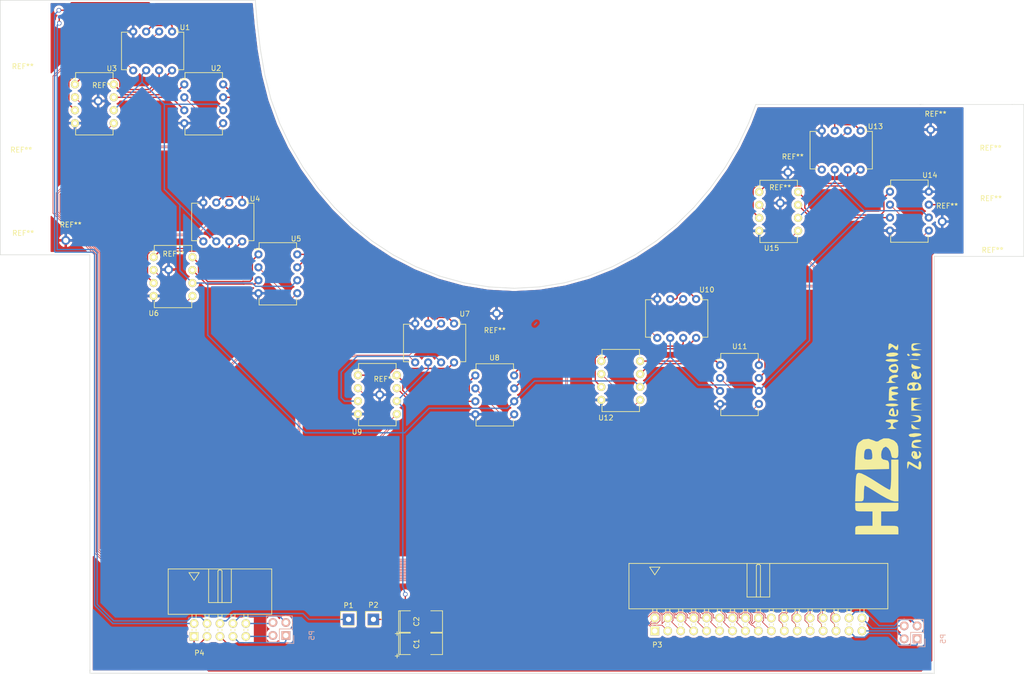
<source format=kicad_pcb>
(kicad_pcb (version 4) (host pcbnew 4.0.5)
  (layers (0 F.Cu signal hide) (31 B.Cu signal) (34 B.Paste user hide) (35 F.Paste user hide) (36 B.SilkS user) (37 F.SilkS user) (38 B.Mask user hide) (39 F.Mask user hide) (44 Edge.Cuts user))
  (net 0 "")
  (net 1 +9V)
  (net 2 +12V)
  (net 3 +6V)
  (net 4 "Net-(U1-Pad7)")
  (net 5 "Net-(U1-Pad8)")
  (net 6 "Net-(U2-Pad7)")
  (net 7 "Net-(U2-Pad8)")
  (net 8 "Net-(U4-Pad7)")
  (net 9 "Net-(U4-Pad8)")
  (net 10 "Net-(U5-Pad7)")
  (net 11 "Net-(U5-Pad8)")
  (net 12 "Net-(U7-Pad7)")
  (net 13 "Net-(U7-Pad8)")
  (net 14 "Net-(U10-Pad3)")
  (net 15 "Net-(U10-Pad1)")
  (net 16 "Net-(U10-Pad7)")
  (net 17 "Net-(U10-Pad8)")
  (net 18 "Net-(U11-Pad7)")
  (net 19 "Net-(U11-Pad8)")
  (net 20 "Net-(U13-Pad7)")
  (net 21 "Net-(U13-Pad8)")
  (net 22 LP+)
  (net 23 LP-)
  (net 24 U15-)
  (net 25 U15+)
  (net 26 U14-)
  (net 27 U14+)
  (net 28 U13-)
  (net 29 U13+)
  (net 30 U12-)
  (net 31 U12+)
  (net 32 U11-)
  (net 33 U11+)
  (net 34 U10-)
  (net 35 U10+)
  (net 36 U9-)
  (net 37 U9+)
  (net 38 U8-)
  (net 39 U8+)
  (net 40 U7-)
  (net 41 U7+)
  (net 42 U6-)
  (net 43 U6+)
  (net 44 U5-)
  (net 45 U5+)
  (net 46 U4-)
  (net 47 U4+)
  (net 48 U3-)
  (net 49 U3+)
  (net 50 U2-)
  (net 51 U2+)
  (net 52 U1-)
  (net 53 U1+)
  (net 54 "Net-(U2-Pad1)")
  (net 55 "Net-(U2-Pad3)")
  (net 56 "Net-(U5-Pad1)")
  (net 57 "Net-(U5-Pad3)")
  (net 58 "Net-(U8-Pad1)")
  (net 59 "Net-(U8-Pad3)")
  (net 60 "Net-(U11-Pad1)")
  (net 61 "Net-(U11-Pad3)")
  (net 62 "Net-(U14-Pad1)")
  (net 63 "Net-(U14-Pad3)")
  (net 64 LP2-)
  (net 65 Load1)
  (net 66 Load3)
  (net 67 Load2)
  (net 68 Load4)
  (module Pin_Headers:Pin_Header_Straight_2x02 (layer B.Cu) (at 289.48 206.22 90)
    (fp_text reference P5 (at 0 5.1 90) (layer B.SilkS) (effects (justify mirror)))
    (fp_text value CONN_02X02)
    (pad 1 thru_hole rect (at 0 0 90) (size 1.7272 1.7272) (drill 1.016) (layers *.Cu *.Mask B.SilkS) (net 65 Load1))
    (pad 2 thru_hole oval (at 2.54 0 90) (size 1.7272 1.7272) (drill 1.016) (layers *.Cu *.Mask B.SilkS) (net 66 Load3))
    (pad 3 thru_hole oval (at 0 -2.54 90) (size 1.7272 1.7272) (drill 1.016) (layers *.Cu *.Mask B.SilkS) (net 67 Load2))
    (pad 4 thru_hole oval (at 2.54 -2.54 90) (size 1.7272 1.7272) (drill 1.016) (layers *.Cu *.Mask B.SilkS) (net 68 Load4))
  )
  (module Connect:1pin (layer F.Cu) (at 304.605 126.645)
    (fp_text reference REF** (at -0.325 3.325) (layer F.SilkS))
    (fp_text value "through hole")
    (pad "" np_thru_hole circle (at 0 0) (size 3 3) (drill 3) (layers *.Cu *.Mask))
  )
  (module Connect:1pin (layer F.Cu) (at 304.305 116.52)
    (fp_text reference REF** (at -0.325 3.325) (layer F.SilkS))
    (fp_text value "through hole")
    (pad "" np_thru_hole circle (at 0 0) (size 3 3) (drill 3) (layers *.Cu *.Mask))
  )
  (module Connect:1pin (layer F.Cu) (at 304.23 106.62)
    (fp_text reference REF** (at -0.325 3.325) (layer F.SilkS))
    (fp_text value "through hole")
    (pad "" np_thru_hole circle (at 0 0) (size 3 3) (drill 3) (layers *.Cu *.Mask))
  )
  (module Connect:1pin (layer F.Cu) (at 114.455 123.32)
    (fp_text reference REF** (at -0.325 3.325) (layer F.SilkS))
    (fp_text value "through hole")
    (pad "" np_thru_hole circle (at 0 0) (size 3 3) (drill 3) (layers *.Cu *.Mask))
  )
  (module Connect:1pin (layer F.Cu) (at 114.08 106.995)
    (fp_text reference REF** (at -0.325 3.325) (layer F.SilkS))
    (fp_text value "through hole")
    (pad "" np_thru_hole circle (at 0 0) (size 3 3) (drill 3) (layers *.Cu *.Mask))
  )
  (module Connect:1pin (layer F.Cu) (at 114.38 90.62)
    (fp_text reference REF** (at -0.325 3.325) (layer F.SilkS))
    (fp_text value "through hole")
    (pad "" np_thru_hole circle (at 0 0) (size 3 3) (drill 3) (layers *.Cu *.Mask))
  )
  (module Connect:1pin (layer F.Cu) (at 185.0294 158.3242)
    (fp_text reference REF** (at 0 -3.048) (layer F.SilkS))
    (fp_text value "through hole")
    (pad 1 thru_hole oval (at -0.97 0.02) (size 1.7272 1.7272) (drill 1.016) (layers *.Cu *.Mask) (net 23 LP-))
  )
  (module Connect:1pin (layer F.Cu) (at 143.625 133.775)
    (fp_text reference REF** (at 0 -3.048) (layer F.SilkS))
    (fp_text value "through hole")
    (pad 1 thru_hole oval (at -0.97 0.02) (size 1.7272 1.7272) (drill 1.016) (layers *.Cu *.Mask) (net 23 LP-))
  )
  (module Connect:1pin (layer F.Cu) (at 123.45 128.05)
    (fp_text reference REF** (at 0 -3.048) (layer F.SilkS))
    (fp_text value "through hole")
    (pad 1 thru_hole oval (at -0.97 0.02) (size 1.7272 1.7272) (drill 1.016) (layers *.Cu *.Mask) (net 23 LP-))
  )
  (module Connect:1pin (layer F.Cu) (at 293.105 106.32)
    (fp_text reference REF** (at 0 -3.048) (layer F.SilkS))
    (fp_text value "through hole")
    (pad 1 thru_hole oval (at -0.97 0.02) (size 1.7272 1.7272) (drill 1.016) (layers *.Cu *.Mask) (net 23 LP-))
  )
  (module Connect:1pin (layer F.Cu) (at 295.37208 124.3517)
    (fp_text reference REF** (at 0 -3.048) (layer F.SilkS))
    (fp_text value "through hole")
    (pad 1 thru_hole oval (at -0.97 0.02) (size 1.7272 1.7272) (drill 1.016) (layers *.Cu *.Mask) (net 23 LP-))
  )
  (module Connect:1pin (layer F.Cu) (at 265.09782 114.69462)
    (fp_text reference REF** (at 0 -3.048) (layer F.SilkS))
    (fp_text value "through hole")
    (pad 1 thru_hole oval (at -0.97 0.02) (size 1.7272 1.7272) (drill 1.016) (layers *.Cu *.Mask) (net 23 LP-))
  )
  (module Connectors_Multicomp:Multicomp_MC9A22-3434_2x17x2.54mm_Angled (layer F.Cu) (at 238.02 204.67)
    (fp_text reference P3 (at 0.49954 2.7343) (layer F.SilkS))
    (fp_text value CONN_02X15)
    (pad 1 thru_hole rect (at 0 0) (size 1.7 1.7) (drill 1) (layers *.Cu *.Mask F.SilkS) (net 52 U1-))
    (pad 2 thru_hole circle (at 0 -2.54) (size 1.7 1.7) (drill 1) (layers *.Cu *.Mask F.SilkS) (net 53 U1+))
    (pad 3 thru_hole circle (at 2.54 0) (size 1.7 1.7) (drill 1) (layers *.Cu *.Mask F.SilkS) (net 50 U2-))
    (pad 4 thru_hole circle (at 2.54 -2.54) (size 1.7 1.7) (drill 1) (layers *.Cu *.Mask F.SilkS) (net 51 U2+))
    (pad 5 thru_hole circle (at 5.08 0) (size 1.7 1.7) (drill 1) (layers *.Cu *.Mask F.SilkS) (net 48 U3-))
    (pad 6 thru_hole circle (at 5.08 -2.54) (size 1.7 1.7) (drill 1) (layers *.Cu *.Mask F.SilkS) (net 49 U3+))
    (pad 7 thru_hole circle (at 7.62 0) (size 1.7 1.7) (drill 1) (layers *.Cu *.Mask F.SilkS) (net 46 U4-))
    (pad 8 thru_hole circle (at 7.62 -2.54) (size 1.7 1.7) (drill 1) (layers *.Cu *.Mask F.SilkS) (net 47 U4+))
    (pad 9 thru_hole circle (at 10.16 0) (size 1.7 1.7) (drill 1) (layers *.Cu *.Mask F.SilkS) (net 44 U5-))
    (pad 10 thru_hole circle (at 10.16 -2.54) (size 1.7 1.7) (drill 1) (layers *.Cu *.Mask F.SilkS) (net 45 U5+))
    (pad 11 thru_hole circle (at 12.7 0) (size 1.7 1.7) (drill 1) (layers *.Cu *.Mask F.SilkS) (net 42 U6-))
    (pad 12 thru_hole circle (at 12.7 -2.54) (size 1.7 1.7) (drill 1) (layers *.Cu *.Mask F.SilkS) (net 43 U6+))
    (pad 13 thru_hole circle (at 15.24 0) (size 1.7 1.7) (drill 1) (layers *.Cu *.Mask F.SilkS) (net 40 U7-))
    (pad 14 thru_hole circle (at 15.24 -2.54) (size 1.7 1.7) (drill 1) (layers *.Cu *.Mask F.SilkS) (net 41 U7+))
    (pad 15 thru_hole circle (at 17.78 0) (size 1.7 1.7) (drill 1) (layers *.Cu *.Mask F.SilkS) (net 38 U8-))
    (pad 16 thru_hole circle (at 17.78 -2.54) (size 1.7 1.7) (drill 1) (layers *.Cu *.Mask F.SilkS) (net 39 U8+))
    (pad 17 thru_hole circle (at 20.32 0) (size 1.7 1.7) (drill 1) (layers *.Cu *.Mask F.SilkS) (net 36 U9-))
    (pad 18 thru_hole circle (at 20.32 -2.54) (size 1.7 1.7) (drill 1) (layers *.Cu *.Mask F.SilkS) (net 37 U9+))
    (pad 19 thru_hole circle (at 22.86 0) (size 1.7 1.7) (drill 1) (layers *.Cu *.Mask F.SilkS) (net 34 U10-))
    (pad 20 thru_hole circle (at 22.86 -2.54) (size 1.7 1.7) (drill 1) (layers *.Cu *.Mask F.SilkS) (net 35 U10+))
    (pad 21 thru_hole circle (at 25.4 0) (size 1.7 1.7) (drill 1) (layers *.Cu *.Mask F.SilkS) (net 32 U11-))
    (pad 22 thru_hole circle (at 25.4 -2.54) (size 1.7 1.7) (drill 1) (layers *.Cu *.Mask F.SilkS) (net 33 U11+))
    (pad 23 thru_hole circle (at 27.94 0) (size 1.7 1.7) (drill 1) (layers *.Cu *.Mask F.SilkS) (net 30 U12-))
    (pad 24 thru_hole circle (at 27.94 -2.54) (size 1.7 1.7) (drill 1) (layers *.Cu *.Mask F.SilkS) (net 31 U12+))
    (pad 25 thru_hole circle (at 30.48 0) (size 1.7 1.7) (drill 1) (layers *.Cu *.Mask F.SilkS) (net 28 U13-))
    (pad 26 thru_hole circle (at 30.48 -2.54) (size 1.7 1.7) (drill 1) (layers *.Cu *.Mask F.SilkS) (net 29 U13+))
    (pad 27 thru_hole circle (at 33.02 0) (size 1.7 1.7) (drill 1) (layers *.Cu *.Mask F.SilkS) (net 26 U14-))
    (pad 28 thru_hole circle (at 33.02 -2.54) (size 1.7 1.7) (drill 1) (layers *.Cu *.Mask F.SilkS) (net 27 U14+))
    (pad 29 thru_hole circle (at 35.56 0) (size 1.7 1.7) (drill 1) (layers *.Cu *.Mask F.SilkS) (net 24 U15-))
    (pad 30 thru_hole circle (at 35.56 -2.54) (size 1.7 1.7) (drill 1) (layers *.Cu *.Mask F.SilkS) (net 25 U15+))
    (pad 31 thru_hole circle (at 38.1 0) (size 1.7 1.7) (drill 1) (layers *.Cu *.Mask F.SilkS) (net 65 Load1))
    (pad 32 thru_hole circle (at 38.1 -2.54) (size 1.7 1.7) (drill 1) (layers *.Cu *.Mask F.SilkS) (net 66 Load3))
    (pad 33 thru_hole circle (at 40.64 0) (size 1.7 1.7) (drill 1) (layers *.Cu *.Mask F.SilkS) (net 67 Load2))
    (pad 34 thru_hole circle (at 40.64 -2.54) (size 1.7 1.7) (drill 1) (layers *.Cu *.Mask F.SilkS) (net 68 Load4))
  )
  (module Connect:1pin (layer F.Cu) (at 206.98 142.395)
    (fp_text reference REF** (at -0.325 3.325) (layer F.SilkS))
    (fp_text value "through hole")
    (pad 1 thru_hole oval (at 0 0) (size 1.7272 1.7272) (drill 1.016) (layers *.Cu *.Mask) (net 23 LP-))
  )
  (module Connect:1pin (layer F.Cu) (at 262.62922 120.74204)
    (fp_text reference REF** (at 0 -3.048) (layer F.SilkS))
    (fp_text value "through hole")
    (pad 1 thru_hole oval (at 0 0) (size 1.7272 1.7272) (drill 1.016) (layers *.Cu *.Mask) (net 23 LP-))
  )
  (module Connect:1pin (layer F.Cu) (at 129.8098 100.70176)
    (fp_text reference REF** (at 0 -3.048) (layer F.SilkS))
    (fp_text value "through hole")
    (pad 1 thru_hole oval (at -0.97 0.02) (size 1.7272 1.7272) (drill 1.016) (layers *.Cu *.Mask) (net 23 LP-))
  )
  (module Housings_DIP:DIP-8_W7.62mm (layer F.Cu) (at 143.33 87.1 270)
    (fp_text reference U1 (at -0.805 -2.525 540) (layer F.SilkS))
    (fp_text value AFF755b)
    (pad 1 thru_hole oval (at 0 0 270) (size 1.6 1.6) (drill 0.8) (layers *.Cu *.Mask) (net 2 +12V))
    (pad 2 thru_hole oval (at 0 2.54 270) (size 1.6 1.6) (drill 0.8) (layers *.Cu *.Mask) (net 52 U1-))
    (pad 3 thru_hole oval (at 0 5.08 270) (size 1.6 1.6) (drill 0.8) (layers *.Cu *.Mask) (net 3 +6V))
    (pad 4 thru_hole oval (at 0 7.62 270) (size 1.6 1.6) (drill 0.8) (layers *.Cu *.Mask) (net 23 LP-))
    (pad 5 thru_hole oval (at 7.62 7.62 270) (size 1.6 1.6) (drill 0.8) (layers *.Cu *.Mask) (net 53 U1+))
    (pad 6 thru_hole oval (at 7.62 5.08 270) (size 1.6 1.6) (drill 0.8) (layers *.Cu *.Mask) (net 22 LP+))
    (pad 7 thru_hole oval (at 7.62 2.54 270) (size 1.6 1.6) (drill 0.8) (layers *.Cu *.Mask) (net 4 "Net-(U1-Pad7)"))
    (pad 8 thru_hole oval (at 7.62 0 270) (size 1.6 1.6) (drill 0.8) (layers *.Cu *.Mask) (net 5 "Net-(U1-Pad8)"))
  )
  (module Pin_Headers:Pin_Header_Straight_1x01 (layer F.Cu) (at 177.95 202.41)
    (fp_text reference P1 (at 0 -2.74) (layer F.SilkS))
    (fp_text value CONN_01X01)
    (pad 1 thru_hole rect (at 0 0) (size 2.2352 2.2352) (drill 1.016) (layers *.Cu *.Mask) (net 1 +9V))
  )
  (module Pin_Headers:Pin_Header_Straight_1x01 (layer F.Cu) (at 182.83 202.41)
    (fp_text reference P2 (at 0 -2.815) (layer F.SilkS))
    (fp_text value CONN_01X01)
    (pad 1 thru_hole rect (at 0 0) (size 2.2352 2.2352) (drill 1.016) (layers *.Cu *.Mask) (net 22 LP+))
  )
  (module Connectors_Multicomp:Multicomp_MC9A22-1034_2x05x2.54mm_Angled (layer F.Cu) (at 147.65 205.75)
    (fp_text reference P4 (at 1.04752 3.2418) (layer F.SilkS))
    (fp_text value CONN_02X05)
    (pad 1 thru_hole rect (at 0 0) (size 1.7 1.7) (drill 1) (layers *.Cu *.Mask F.SilkS) (net 23 LP-))
    (pad 2 thru_hole circle (at 0 -2.54) (size 1.7 1.7) (drill 1) (layers *.Cu *.Mask F.SilkS) (net 2 +12V))
    (pad 3 thru_hole circle (at 2.54 0) (size 1.7 1.7) (drill 1) (layers *.Cu *.Mask F.SilkS) (net 64 LP2-))
    (pad 4 thru_hole circle (at 2.54 -2.54) (size 1.7 1.7) (drill 1) (layers *.Cu *.Mask F.SilkS) (net 3 +6V))
    (pad 5 thru_hole circle (at 5.08 0) (size 1.7 1.7) (drill 1) (layers *.Cu *.Mask F.SilkS) (net 23 LP-))
    (pad 6 thru_hole circle (at 5.08 -2.54) (size 1.7 1.7) (drill 1) (layers *.Cu *.Mask F.SilkS) (net 1 +9V))
    (pad 7 thru_hole circle (at 7.62 0) (size 1.7 1.7) (drill 1) (layers *.Cu *.Mask F.SilkS) (net 65 Load1))
    (pad 8 thru_hole circle (at 7.62 -2.54) (size 1.7 1.7) (drill 1) (layers *.Cu *.Mask F.SilkS) (net 66 Load3))
    (pad 9 thru_hole circle (at 10.16 0) (size 1.7 1.7) (drill 1) (layers *.Cu *.Mask F.SilkS) (net 67 Load2))
    (pad 10 thru_hole circle (at 10.16 -2.54) (size 1.7 1.7) (drill 1) (layers *.Cu *.Mask F.SilkS) (net 68 Load4))
  )
  (module Housings_DIP:DIP-8_W7.62mm (layer F.Cu) (at 145.73 97.46)
    (fp_text reference U2 (at 6.225 -3.165) (layer F.SilkS))
    (fp_text value AFF755b)
    (pad 1 thru_hole oval (at 0 0) (size 1.6 1.6) (drill 0.8) (layers *.Cu *.Mask) (net 54 "Net-(U2-Pad1)"))
    (pad 2 thru_hole oval (at 0 2.54) (size 1.6 1.6) (drill 0.8) (layers *.Cu *.Mask) (net 48 U3-))
    (pad 3 thru_hole oval (at 0 5.08) (size 1.6 1.6) (drill 0.8) (layers *.Cu *.Mask) (net 55 "Net-(U2-Pad3)"))
    (pad 4 thru_hole oval (at 0 7.62) (size 1.6 1.6) (drill 0.8) (layers *.Cu *.Mask) (net 23 LP-))
    (pad 5 thru_hole oval (at 7.62 7.62) (size 1.6 1.6) (drill 0.8) (layers *.Cu *.Mask) (net 49 U3+))
    (pad 6 thru_hole oval (at 7.62 5.08) (size 1.6 1.6) (drill 0.8) (layers *.Cu *.Mask) (net 22 LP+))
    (pad 7 thru_hole oval (at 7.62 2.54) (size 1.6 1.6) (drill 0.8) (layers *.Cu *.Mask) (net 6 "Net-(U2-Pad7)"))
    (pad 8 thru_hole oval (at 7.62 0) (size 1.6 1.6) (drill 0.8) (layers *.Cu *.Mask) (net 7 "Net-(U2-Pad8)"))
  )
  (module Housings_DIP:DIP-8_W7.62mm (layer F.Cu) (at 157.09 120.64 270)
    (fp_text reference U4 (at -0.72 -2.515 540) (layer F.SilkS))
    (fp_text value AFF755b)
    (pad 1 thru_hole oval (at 0 0 270) (size 1.6 1.6) (drill 0.8) (layers *.Cu *.Mask) (net 7 "Net-(U2-Pad8)"))
    (pad 2 thru_hole oval (at 0 2.54 270) (size 1.6 1.6) (drill 0.8) (layers *.Cu *.Mask) (net 46 U4-))
    (pad 3 thru_hole oval (at 0 5.08 270) (size 1.6 1.6) (drill 0.8) (layers *.Cu *.Mask) (net 6 "Net-(U2-Pad7)"))
    (pad 4 thru_hole oval (at 0 7.62 270) (size 1.6 1.6) (drill 0.8) (layers *.Cu *.Mask) (net 23 LP-))
    (pad 5 thru_hole oval (at 7.62 7.62 270) (size 1.6 1.6) (drill 0.8) (layers *.Cu *.Mask) (net 47 U4+))
    (pad 6 thru_hole oval (at 7.62 5.08 270) (size 1.6 1.6) (drill 0.8) (layers *.Cu *.Mask) (net 22 LP+))
    (pad 7 thru_hole oval (at 7.62 2.54 270) (size 1.6 1.6) (drill 0.8) (layers *.Cu *.Mask) (net 8 "Net-(U4-Pad7)"))
    (pad 8 thru_hole oval (at 7.62 0 270) (size 1.6 1.6) (drill 0.8) (layers *.Cu *.Mask) (net 9 "Net-(U4-Pad8)"))
  )
  (module Housings_DIP:DIP-8_W7.62mm (layer F.Cu) (at 160.27484 130.8106)
    (fp_text reference U5 (at 7.38016 -3.0656) (layer F.SilkS))
    (fp_text value AFF755b)
    (pad 1 thru_hole oval (at 0 0) (size 1.6 1.6) (drill 0.8) (layers *.Cu *.Mask) (net 56 "Net-(U5-Pad1)"))
    (pad 2 thru_hole oval (at 0 2.54) (size 1.6 1.6) (drill 0.8) (layers *.Cu *.Mask) (net 42 U6-))
    (pad 3 thru_hole oval (at 0 5.08) (size 1.6 1.6) (drill 0.8) (layers *.Cu *.Mask) (net 57 "Net-(U5-Pad3)"))
    (pad 4 thru_hole oval (at 0 7.62) (size 1.6 1.6) (drill 0.8) (layers *.Cu *.Mask) (net 23 LP-))
    (pad 5 thru_hole oval (at 7.62 7.62) (size 1.6 1.6) (drill 0.8) (layers *.Cu *.Mask) (net 43 U6+))
    (pad 6 thru_hole oval (at 7.62 5.08) (size 1.6 1.6) (drill 0.8) (layers *.Cu *.Mask) (net 22 LP+))
    (pad 7 thru_hole oval (at 7.62 2.54) (size 1.6 1.6) (drill 0.8) (layers *.Cu *.Mask) (net 10 "Net-(U5-Pad7)"))
    (pad 8 thru_hole oval (at 7.62 0) (size 1.6 1.6) (drill 0.8) (layers *.Cu *.Mask) (net 11 "Net-(U5-Pad8)"))
  )
  (module Housings_DIP:DIP-8_W7.62mm (layer F.Cu) (at 198.643 144.379 270)
    (fp_text reference U7 (at -1.884 -2.087 360) (layer F.SilkS))
    (fp_text value AFF755b)
    (pad 1 thru_hole oval (at 0 0 270) (size 1.6 1.6) (drill 0.8) (layers *.Cu *.Mask) (net 11 "Net-(U5-Pad8)"))
    (pad 2 thru_hole oval (at 0 2.54 270) (size 1.6 1.6) (drill 0.8) (layers *.Cu *.Mask) (net 40 U7-))
    (pad 3 thru_hole oval (at 0 5.08 270) (size 1.6 1.6) (drill 0.8) (layers *.Cu *.Mask) (net 10 "Net-(U5-Pad7)"))
    (pad 4 thru_hole oval (at 0 7.62 270) (size 1.6 1.6) (drill 0.8) (layers *.Cu *.Mask) (net 23 LP-))
    (pad 5 thru_hole oval (at 7.62 7.62 270) (size 1.6 1.6) (drill 0.8) (layers *.Cu *.Mask) (net 41 U7+))
    (pad 6 thru_hole oval (at 7.62 5.08 270) (size 1.6 1.6) (drill 0.8) (layers *.Cu *.Mask) (net 22 LP+))
    (pad 7 thru_hole oval (at 7.62 2.54 270) (size 1.6 1.6) (drill 0.8) (layers *.Cu *.Mask) (net 12 "Net-(U7-Pad7)"))
    (pad 8 thru_hole oval (at 7.62 0 270) (size 1.6 1.6) (drill 0.8) (layers *.Cu *.Mask) (net 13 "Net-(U7-Pad8)"))
  )
  (module Housings_DIP:DIP-8_W7.62mm (layer F.Cu) (at 202.81984 154.5596)
    (fp_text reference U8 (at 3.76016 -3.4646) (layer F.SilkS))
    (fp_text value AFF755b)
    (pad 1 thru_hole oval (at 0 0) (size 1.6 1.6) (drill 0.8) (layers *.Cu *.Mask) (net 58 "Net-(U8-Pad1)"))
    (pad 2 thru_hole oval (at 0 2.54) (size 1.6 1.6) (drill 0.8) (layers *.Cu *.Mask) (net 36 U9-))
    (pad 3 thru_hole oval (at 0 5.08) (size 1.6 1.6) (drill 0.8) (layers *.Cu *.Mask) (net 59 "Net-(U8-Pad3)"))
    (pad 4 thru_hole oval (at 0 7.62) (size 1.6 1.6) (drill 0.8) (layers *.Cu *.Mask) (net 23 LP-))
    (pad 5 thru_hole oval (at 7.62 7.62) (size 1.6 1.6) (drill 0.8) (layers *.Cu *.Mask) (net 37 U9+))
    (pad 6 thru_hole oval (at 7.62 5.08) (size 1.6 1.6) (drill 0.8) (layers *.Cu *.Mask) (net 22 LP+))
    (pad 7 thru_hole oval (at 7.62 2.54) (size 1.6 1.6) (drill 0.8) (layers *.Cu *.Mask) (net 14 "Net-(U10-Pad3)"))
    (pad 8 thru_hole oval (at 7.62 0) (size 1.6 1.6) (drill 0.8) (layers *.Cu *.Mask) (net 15 "Net-(U10-Pad1)"))
  )
  (module Housings_DIP:DIP-8_W7.62mm (layer F.Cu) (at 246.12684 139.5736 270)
    (fp_text reference U10 (at -1.8286 -2.10316 360) (layer F.SilkS))
    (fp_text value AFF755b)
    (pad 1 thru_hole oval (at 0 0 270) (size 1.6 1.6) (drill 0.8) (layers *.Cu *.Mask) (net 15 "Net-(U10-Pad1)"))
    (pad 2 thru_hole oval (at 0 2.54 270) (size 1.6 1.6) (drill 0.8) (layers *.Cu *.Mask) (net 34 U10-))
    (pad 3 thru_hole oval (at 0 5.08 270) (size 1.6 1.6) (drill 0.8) (layers *.Cu *.Mask) (net 14 "Net-(U10-Pad3)"))
    (pad 4 thru_hole oval (at 0 7.62 270) (size 1.6 1.6) (drill 0.8) (layers *.Cu *.Mask) (net 23 LP-))
    (pad 5 thru_hole oval (at 7.62 7.62 270) (size 1.6 1.6) (drill 0.8) (layers *.Cu *.Mask) (net 35 U10+))
    (pad 6 thru_hole oval (at 7.62 5.08 270) (size 1.6 1.6) (drill 0.8) (layers *.Cu *.Mask) (net 22 LP+))
    (pad 7 thru_hole oval (at 7.62 2.54 270) (size 1.6 1.6) (drill 0.8) (layers *.Cu *.Mask) (net 16 "Net-(U10-Pad7)"))
    (pad 8 thru_hole oval (at 7.62 0 270) (size 1.6 1.6) (drill 0.8) (layers *.Cu *.Mask) (net 17 "Net-(U10-Pad8)"))
  )
  (module Housings_DIP:DIP-8_W7.62mm (layer F.Cu) (at 250.82584 152.5276)
    (fp_text reference U11 (at 3.85416 -3.6576) (layer F.SilkS))
    (fp_text value AFF755b)
    (pad 1 thru_hole oval (at 0 0) (size 1.6 1.6) (drill 0.8) (layers *.Cu *.Mask) (net 60 "Net-(U11-Pad1)"))
    (pad 2 thru_hole oval (at 0 2.54) (size 1.6 1.6) (drill 0.8) (layers *.Cu *.Mask) (net 30 U12-))
    (pad 3 thru_hole oval (at 0 5.08) (size 1.6 1.6) (drill 0.8) (layers *.Cu *.Mask) (net 61 "Net-(U11-Pad3)"))
    (pad 4 thru_hole oval (at 0 7.62) (size 1.6 1.6) (drill 0.8) (layers *.Cu *.Mask) (net 23 LP-))
    (pad 5 thru_hole oval (at 7.62 7.62) (size 1.6 1.6) (drill 0.8) (layers *.Cu *.Mask) (net 31 U12+))
    (pad 6 thru_hole oval (at 7.62 5.08) (size 1.6 1.6) (drill 0.8) (layers *.Cu *.Mask) (net 22 LP+))
    (pad 7 thru_hole oval (at 7.62 2.54) (size 1.6 1.6) (drill 0.8) (layers *.Cu *.Mask) (net 18 "Net-(U11-Pad7)"))
    (pad 8 thru_hole oval (at 7.62 0) (size 1.6 1.6) (drill 0.8) (layers *.Cu *.Mask) (net 19 "Net-(U11-Pad8)"))
  )
  (module Housings_DIP:DIP-8_W7.62mm (layer F.Cu) (at 278.39754 106.55868 270)
    (fp_text reference U13 (at -0.83868 -2.90746 360) (layer F.SilkS))
    (fp_text value AFF755b)
    (pad 1 thru_hole oval (at 0 0 270) (size 1.6 1.6) (drill 0.8) (layers *.Cu *.Mask) (net 19 "Net-(U11-Pad8)"))
    (pad 2 thru_hole oval (at 0 2.54 270) (size 1.6 1.6) (drill 0.8) (layers *.Cu *.Mask) (net 28 U13-))
    (pad 3 thru_hole oval (at 0 5.08 270) (size 1.6 1.6) (drill 0.8) (layers *.Cu *.Mask) (net 18 "Net-(U11-Pad7)"))
    (pad 4 thru_hole oval (at 0 7.62 270) (size 1.6 1.6) (drill 0.8) (layers *.Cu *.Mask) (net 23 LP-))
    (pad 5 thru_hole oval (at 7.62 7.62 270) (size 1.6 1.6) (drill 0.8) (layers *.Cu *.Mask) (net 29 U13+))
    (pad 6 thru_hole oval (at 7.62 5.08 270) (size 1.6 1.6) (drill 0.8) (layers *.Cu *.Mask) (net 22 LP+))
    (pad 7 thru_hole oval (at 7.62 2.54 270) (size 1.6 1.6) (drill 0.8) (layers *.Cu *.Mask) (net 20 "Net-(U13-Pad7)"))
    (pad 8 thru_hole oval (at 7.62 0 270) (size 1.6 1.6) (drill 0.8) (layers *.Cu *.Mask) (net 21 "Net-(U13-Pad8)"))
  )
  (module Housings_DIP:DIP-8_W7.62mm (layer F.Cu) (at 284.15318 118.517)
    (fp_text reference U14 (at 7.82682 -3.247) (layer F.SilkS))
    (fp_text value AFF755b)
    (pad 1 thru_hole oval (at 0 0) (size 1.6 1.6) (drill 0.8) (layers *.Cu *.Mask) (net 62 "Net-(U14-Pad1)"))
    (pad 2 thru_hole oval (at 0 2.54) (size 1.6 1.6) (drill 0.8) (layers *.Cu *.Mask) (net 24 U15-))
    (pad 3 thru_hole oval (at 0 5.08) (size 1.6 1.6) (drill 0.8) (layers *.Cu *.Mask) (net 63 "Net-(U14-Pad3)"))
    (pad 4 thru_hole oval (at 0 7.62) (size 1.6 1.6) (drill 0.8) (layers *.Cu *.Mask) (net 23 LP-))
    (pad 5 thru_hole oval (at 7.62 7.62) (size 1.6 1.6) (drill 0.8) (layers *.Cu *.Mask) (net 25 U15+))
    (pad 6 thru_hole oval (at 7.62 5.08) (size 1.6 1.6) (drill 0.8) (layers *.Cu *.Mask) (net 22 LP+))
    (pad 7 thru_hole oval (at 7.62 2.54) (size 1.6 1.6) (drill 0.8) (layers *.Cu *.Mask) (net 64 LP2-))
    (pad 8 thru_hole oval (at 7.62 0) (size 1.6 1.6) (drill 0.8) (layers *.Cu *.Mask) (net 23 LP-))
  )
  (module SMD_Packages:SMD-2512_Pol (layer F.Cu) (at 192.0803 202.83)
    (fp_text reference C2 (at -0.8001 0 90) (layer F.SilkS))
    (fp_text value C)
    (fp_text user + (at -4.59994 2.30124) (layer F.SilkS))
    (pad 1 smd rect (at -2.99974 0) (size 1.99898 2.99974) (layers F.Cu F.Paste F.Mask) (net 22 LP+))
    (pad 2 smd rect (at 2.99974 0) (size 1.99898 2.99974) (layers F.Cu F.Paste F.Mask) (net 23 LP-))
  )
  (module SMD_Packages:SMD-2512_Pol (layer F.Cu) (at 192.08 207.21)
    (fp_text reference C1 (at -0.8001 0 90) (layer F.SilkS))
    (fp_text value C)
    (fp_text user + (at -4.59994 2.30124) (layer F.SilkS))
    (pad 1 smd rect (at -2.99974 0) (size 1.99898 2.99974) (layers F.Cu F.Paste F.Mask) (net 22 LP+))
    (pad 2 smd rect (at 2.99974 0) (size 1.99898 2.99974) (layers F.Cu F.Paste F.Mask) (net 23 LP-))
  )
  (module Housings_DIP:DIP-8_W7.62mm (layer F.Cu) (at 124.28 97.46)
    (fp_text reference U3 (at 7.225 -3.115) (layer F.SilkS))
    (fp_text value AFF755b)
    (pad 1 thru_hole oval (at 0 0) (size 1.6 1.6) (drill 0.8) (layers *.Cu *.Mask F.SilkS) (net 5 "Net-(U1-Pad8)"))
    (pad 2 thru_hole oval (at 0 2.54) (size 1.6 1.6) (drill 0.8) (layers *.Cu *.Mask F.SilkS) (net 50 U2-))
    (pad 3 thru_hole oval (at 0 5.08) (size 1.6 1.6) (drill 0.8) (layers *.Cu *.Mask F.SilkS) (net 4 "Net-(U1-Pad7)"))
    (pad 4 thru_hole oval (at 0 7.62) (size 1.6 1.6) (drill 0.8) (layers *.Cu *.Mask F.SilkS) (net 23 LP-))
    (pad 5 thru_hole oval (at 7.62 7.62) (size 1.6 1.6) (drill 0.8) (layers *.Cu *.Mask F.SilkS) (net 51 U2+))
    (pad 6 thru_hole oval (at 7.62 5.08) (size 1.6 1.6) (drill 0.8) (layers *.Cu *.Mask F.SilkS) (net 22 LP+))
    (pad 7 thru_hole oval (at 7.62 2.54) (size 1.6 1.6) (drill 0.8) (layers *.Cu *.Mask F.SilkS) (net 55 "Net-(U2-Pad3)"))
    (pad 8 thru_hole oval (at 7.62 0) (size 1.6 1.6) (drill 0.8) (layers *.Cu *.Mask F.SilkS) (net 54 "Net-(U2-Pad1)"))
  )
  (module Housings_DIP:DIP-8_W7.62mm (layer F.Cu) (at 139.71 131.35)
    (fp_text reference U6 (at 0.02 11.02) (layer F.SilkS))
    (fp_text value AFF755b)
    (pad 1 thru_hole oval (at 0 0) (size 1.6 1.6) (drill 0.8) (layers *.Cu *.Mask F.SilkS) (net 9 "Net-(U4-Pad8)"))
    (pad 2 thru_hole oval (at 0 2.54) (size 1.6 1.6) (drill 0.8) (layers *.Cu *.Mask F.SilkS) (net 44 U5-))
    (pad 3 thru_hole oval (at 0 5.08) (size 1.6 1.6) (drill 0.8) (layers *.Cu *.Mask F.SilkS) (net 8 "Net-(U4-Pad7)"))
    (pad 4 thru_hole oval (at 0 7.62) (size 1.6 1.6) (drill 0.8) (layers *.Cu *.Mask F.SilkS) (net 23 LP-))
    (pad 5 thru_hole oval (at 7.62 7.62) (size 1.6 1.6) (drill 0.8) (layers *.Cu *.Mask F.SilkS) (net 45 U5+))
    (pad 6 thru_hole oval (at 7.62 5.08) (size 1.6 1.6) (drill 0.8) (layers *.Cu *.Mask F.SilkS) (net 22 LP+))
    (pad 7 thru_hole oval (at 7.62 2.54) (size 1.6 1.6) (drill 0.8) (layers *.Cu *.Mask F.SilkS) (net 57 "Net-(U5-Pad3)"))
    (pad 8 thru_hole oval (at 7.62 0) (size 1.6 1.6) (drill 0.8) (layers *.Cu *.Mask F.SilkS) (net 56 "Net-(U5-Pad1)"))
  )
  (module Housings_DIP:DIP-8_W7.62mm (layer F.Cu) (at 179.793 154.509)
    (fp_text reference U9 (at -0.188 11.136) (layer F.SilkS))
    (fp_text value AFF755b)
    (pad 1 thru_hole oval (at 0 0) (size 1.6 1.6) (drill 0.8) (layers *.Cu *.Mask F.SilkS) (net 13 "Net-(U7-Pad8)"))
    (pad 2 thru_hole oval (at 0 2.54) (size 1.6 1.6) (drill 0.8) (layers *.Cu *.Mask F.SilkS) (net 38 U8-))
    (pad 3 thru_hole oval (at 0 5.08) (size 1.6 1.6) (drill 0.8) (layers *.Cu *.Mask F.SilkS) (net 12 "Net-(U7-Pad7)"))
    (pad 4 thru_hole oval (at 0 7.62) (size 1.6 1.6) (drill 0.8) (layers *.Cu *.Mask F.SilkS) (net 23 LP-))
    (pad 5 thru_hole oval (at 7.62 7.62) (size 1.6 1.6) (drill 0.8) (layers *.Cu *.Mask F.SilkS) (net 39 U8+))
    (pad 6 thru_hole oval (at 7.62 5.08) (size 1.6 1.6) (drill 0.8) (layers *.Cu *.Mask F.SilkS) (net 22 LP+))
    (pad 7 thru_hole oval (at 7.62 2.54) (size 1.6 1.6) (drill 0.8) (layers *.Cu *.Mask F.SilkS) (net 59 "Net-(U8-Pad3)"))
    (pad 8 thru_hole oval (at 7.62 0) (size 1.6 1.6) (drill 0.8) (layers *.Cu *.Mask F.SilkS) (net 58 "Net-(U8-Pad1)"))
  )
  (module Housings_DIP:DIP-8_W7.62mm (layer F.Cu) (at 227.52896 151.7402)
    (fp_text reference U12 (at 0.90104 11.1298) (layer F.SilkS))
    (fp_text value AFF755b)
    (pad 1 thru_hole oval (at 0 0) (size 1.6 1.6) (drill 0.8) (layers *.Cu *.Mask F.SilkS) (net 17 "Net-(U10-Pad8)"))
    (pad 2 thru_hole oval (at 0 2.54) (size 1.6 1.6) (drill 0.8) (layers *.Cu *.Mask F.SilkS) (net 32 U11-))
    (pad 3 thru_hole oval (at 0 5.08) (size 1.6 1.6) (drill 0.8) (layers *.Cu *.Mask F.SilkS) (net 16 "Net-(U10-Pad7)"))
    (pad 4 thru_hole oval (at 0 7.62) (size 1.6 1.6) (drill 0.8) (layers *.Cu *.Mask F.SilkS) (net 23 LP-))
    (pad 5 thru_hole oval (at 7.62 7.62) (size 1.6 1.6) (drill 0.8) (layers *.Cu *.Mask F.SilkS) (net 33 U11+))
    (pad 6 thru_hole oval (at 7.62 5.08) (size 1.6 1.6) (drill 0.8) (layers *.Cu *.Mask F.SilkS) (net 22 LP+))
    (pad 7 thru_hole oval (at 7.62 2.54) (size 1.6 1.6) (drill 0.8) (layers *.Cu *.Mask F.SilkS) (net 61 "Net-(U11-Pad3)"))
    (pad 8 thru_hole oval (at 7.62 0) (size 1.6 1.6) (drill 0.8) (layers *.Cu *.Mask F.SilkS) (net 60 "Net-(U11-Pad1)"))
  )
  (module Housings_DIP:DIP-8_W7.62mm (layer F.Cu) (at 258.50426 118.57288)
    (fp_text reference U15 (at 2.42574 10.99712) (layer F.SilkS))
    (fp_text value AFF755b)
    (pad 1 thru_hole oval (at 0 0) (size 1.6 1.6) (drill 0.8) (layers *.Cu *.Mask F.SilkS) (net 21 "Net-(U13-Pad8)"))
    (pad 2 thru_hole oval (at 0 2.54) (size 1.6 1.6) (drill 0.8) (layers *.Cu *.Mask F.SilkS) (net 26 U14-))
    (pad 3 thru_hole oval (at 0 5.08) (size 1.6 1.6) (drill 0.8) (layers *.Cu *.Mask F.SilkS) (net 20 "Net-(U13-Pad7)"))
    (pad 4 thru_hole oval (at 0 7.62) (size 1.6 1.6) (drill 0.8) (layers *.Cu *.Mask F.SilkS) (net 23 LP-))
    (pad 5 thru_hole oval (at 7.62 7.62) (size 1.6 1.6) (drill 0.8) (layers *.Cu *.Mask F.SilkS) (net 27 U14+))
    (pad 6 thru_hole oval (at 7.62 5.08) (size 1.6 1.6) (drill 0.8) (layers *.Cu *.Mask F.SilkS) (net 22 LP+))
    (pad 7 thru_hole oval (at 7.62 2.54) (size 1.6 1.6) (drill 0.8) (layers *.Cu *.Mask F.SilkS) (net 63 "Net-(U14-Pad3)"))
    (pad 8 thru_hole oval (at 7.62 0) (size 1.6 1.6) (drill 0.8) (layers *.Cu *.Mask F.SilkS) (net 62 "Net-(U14-Pad1)"))
  )
  (module Pin_Headers:Pin_Header_Straight_2x02 (layer B.Cu) (at 165.64948 205.55772 90)
    (fp_text reference P5 (at 0 5.1 90) (layer B.SilkS) (effects (justify mirror)))
    (fp_text value CONN_02X02)
    (pad 1 thru_hole rect (at 0 0 90) (size 1.7272 1.7272) (drill 1.016) (layers *.Cu *.Mask B.SilkS) (net 65 Load1))
    (pad 2 thru_hole oval (at 2.54 0 90) (size 1.7272 1.7272) (drill 1.016) (layers *.Cu *.Mask B.SilkS) (net 66 Load3))
    (pad 3 thru_hole oval (at 0 -2.54 90) (size 1.7272 1.7272) (drill 1.016) (layers *.Cu *.Mask B.SilkS) (net 67 Load2))
    (pad 4 thru_hole oval (at 2.54 -2.54 90) (size 1.7272 1.7272) (drill 1.016) (layers *.Cu *.Mask B.SilkS) (net 68 Load4))
  )
  (module hzblogo:logo (layer F.Cu) (at 283.83 167.12 90)
    (fp_text reference G*** hide)
    (fp_text value LOGO hide)
  )
  (gr_line (start 111.911168 80.962943) (end 109.631341 80.962943) (layer Edge.Cuts) (width 0.1))
  (gr_line (start 256.422802 105.069386) (end 257.838176 101.405628) (layer Edge.Cuts) (width 0.1))
  (gr_line (start 254.290531 109.552049) (end 256.422802 105.069386) (layer Edge.Cuts) (width 0.1))
  (gr_line (start 251.760618 113.822419) (end 254.290531 109.552049) (layer Edge.Cuts) (width 0.1))
  (gr_line (start 248.870173 117.857683) (end 251.760618 113.822419) (layer Edge.Cuts) (width 0.1))
  (gr_line (start 245.645169 121.630622) (end 248.870173 117.857683) (layer Edge.Cuts) (width 0.1))
  (gr_line (start 242.096434 125.100988) (end 245.645169 121.630622) (layer Edge.Cuts) (width 0.1))
  (gr_line (start 238.237017 128.222549) (end 242.096434 125.100988) (layer Edge.Cuts) (width 0.1))
  (gr_line (start 234.087908 130.946788) (end 238.237017 128.222549) (layer Edge.Cuts) (width 0.1))
  (gr_line (start 229.682817 133.23435) (end 234.087908 130.946788) (layer Edge.Cuts) (width 0.1))
  (gr_line (start 225.066032 135.057206) (end 229.682817 133.23435) (layer Edge.Cuts) (width 0.1))
  (gr_line (start 220.283152 136.385013) (end 225.066032 135.057206) (layer Edge.Cuts) (width 0.1))
  (gr_line (start 215.385013 137.187665) (end 220.283152 136.385013) (layer Edge.Cuts) (width 0.1))
  (gr_line (start 210.42867 137.455213) (end 215.385013 137.187665) (layer Edge.Cuts) (width 0.1))
  (gr_line (start 205.472327 137.187665) (end 210.42867 137.455213) (layer Edge.Cuts) (width 0.1))
  (gr_line (start 200.574188 136.385014) (end 205.472327 137.187665) (layer Edge.Cuts) (width 0.1))
  (gr_line (start 195.791308 135.057207) (end 200.574188 136.385014) (layer Edge.Cuts) (width 0.1))
  (gr_line (start 191.174522 133.234352) (end 195.791308 135.057207) (layer Edge.Cuts) (width 0.1))
  (gr_line (start 186.76943 130.946791) (end 191.174522 133.234352) (layer Edge.Cuts) (width 0.1))
  (gr_line (start 182.620321 128.222552) (end 186.76943 130.946791) (layer Edge.Cuts) (width 0.1))
  (gr_line (start 178.760904 125.10099) (end 182.620321 128.222552) (layer Edge.Cuts) (width 0.1))
  (gr_line (start 175.21217 121.630625) (end 178.760904 125.10099) (layer Edge.Cuts) (width 0.1))
  (gr_line (start 171.987165 117.857685) (end 175.21217 121.630625) (layer Edge.Cuts) (width 0.1))
  (gr_line (start 169.09672 113.82242) (end 171.987165 117.857685) (layer Edge.Cuts) (width 0.1))
  (gr_line (start 166.566807 109.552051) (end 169.09672 113.82242) (layer Edge.Cuts) (width 0.1))
  (gr_line (start 164.434537 105.069388) (end 166.566807 109.552051) (layer Edge.Cuts) (width 0.1))
  (gr_line (start 162.74457 100.402209) (end 164.434537 105.069388) (layer Edge.Cuts) (width 0.1))
  (gr_line (start 161.521839 95.591806) (end 162.74457 100.402209) (layer Edge.Cuts) (width 0.1))
  (gr_line (start 160.677693 90.700546) (end 161.521839 95.591806) (layer Edge.Cuts) (width 0.1))
  (gr_line (start 160.086204 85.773108) (end 160.677693 90.700546) (layer Edge.Cuts) (width 0.1))
  (gr_line (start 159.652923 80.962999) (end 160.086204 85.773108) (layer Edge.Cuts) (width 0.1))
  (gr_line (start 127.221007 175.225577) (end 127.221007 212.620022) (layer Edge.Cuts) (width 0.1))
  (gr_line (start 292.838046 175.659937) (end 292.838046 213.085248) (layer Edge.Cuts) (width 0.1))
  (gr_line (start 310.412425 111.211541) (end 310.412425 101.411541) (layer Edge.Cuts) (width 0.1))
  (gr_line (start 292.838111 131.211723) (end 292.838111 175.60071) (layer Edge.Cuts) (width 0.1))
  (gr_line (start 310.412425 131.211723) (end 292.838111 131.211723) (layer Edge.Cuts) (width 0.1))
  (gr_line (start 310.412425 111.211541) (end 310.412425 131.211723) (layer Edge.Cuts) (width 0.1))
  (gr_line (start 308.132385 101.405724) (end 310.412701 101.405724) (layer Edge.Cuts) (width 0.1))
  (gr_line (start 290.560426 101.405724) (end 308.132385 101.405724) (layer Edge.Cuts) (width 0.1))
  (gr_line (start 127.219071 212.976657) (end 127.219071 212.30314) (layer Edge.Cuts) (width 0.1))
  (gr_line (start 135.351191 212.976657) (end 127.219071 212.976657) (layer Edge.Cuts) (width 0.1))
  (gr_line (start 127.201508 130.898256) (end 127.201508 175.277701) (layer Edge.Cuts) (width 0.1))
  (gr_line (start 109.630971 130.898256) (end 127.201508 130.898256) (layer Edge.Cuts) (width 0.1))
  (gr_line (start 109.630971 110.902372) (end 109.630971 130.898256) (layer Edge.Cuts) (width 0.1))
  (gr_line (start 135.413698 80.962943) (end 111.911168 80.962943) (layer Edge.Cuts) (width 0.1))
  (gr_line (start 290.011509 101.405628) (end 290.575956 101.405628) (layer Edge.Cuts) (width 0.1))
  (gr_line (start 257.838176 101.405628) (end 290.293731 101.405628) (layer Edge.Cuts) (width 0.1))
  (gr_line (start 135.350867 80.962999) (end 159.652923 80.962999) (layer Edge.Cuts) (width 0.1))
  (gr_line (start 109.63 110.87) (end 109.63 80.97) (layer Edge.Cuts) (width 0.1))
  (gr_line (start 292.837482 212.976923) (end 135.335878 212.976923) (layer Edge.Cuts) (width 0.1))
  (segment (start 214.44034 144.59518) (end 214.83912 144.1964) (width 0.254) (layer B.Cu) (net 0))
  (segment (start 169.004809 201.265109) (end 170.1497 202.41) (width 0.254) (layer B.Cu) (net 1))
  (segment (start 170.1497 202.41) (end 177.95 202.41) (width 0.254) (layer B.Cu) (net 1))
  (segment (start 169.004809 201.265109) (end 155.403131 201.265109) (width 0.254) (layer B.Cu) (net 1))
  (segment (start 153.23978 202.70022) (end 152.73 203.21) (width 0.254) (layer B.Cu) (net 1))
  (segment (start 155.403131 201.265109) (end 153.96802 202.70022) (width 0.254) (layer B.Cu) (net 1))
  (segment (start 153.96802 202.70022) (end 153.23978 202.70022) (width 0.254) (layer B.Cu) (net 1))
  (segment (start 121.13 82.92) (end 120.29016 83.75984) (width 0.254) (layer B.Cu) (net 2))
  (segment (start 120.29016 83.75984) (end 120.29016 130.23016) (width 0.254) (layer B.Cu) (net 2))
  (segment (start 120.29016 130.23016) (end 120.43 130.37) (width 0.254) (layer B.Cu) (net 2))
  (segment (start 128.12606 130.71916) (end 128.12606 199.6446) (width 0.254) (layer B.Cu) (net 2))
  (segment (start 120.43 130.37) (end 127.7769 130.37) (width 0.254) (layer B.Cu) (net 2))
  (segment (start 127.7769 130.37) (end 128.12606 130.71916) (width 0.254) (layer B.Cu) (net 2))
  (segment (start 128.12606 199.6446) (end 131.69222 203.21076) (width 0.254) (layer B.Cu) (net 2))
  (segment (start 131.69222 203.21076) (end 131.69298 203.21) (width 0.254) (layer B.Cu) (net 2))
  (segment (start 131.69298 203.21) (end 147.65 203.21) (width 0.254) (layer B.Cu) (net 2))
  (segment (start 121.13 82.92) (end 122.1204 82.92) (width 0.254) (layer F.Cu) (net 2))
  (segment (start 122.1204 82.92) (end 123.61502 81.42538) (width 0.254) (layer F.Cu) (net 2))
  (segment (start 123.61502 81.42538) (end 138.78675 81.42538) (width 0.254) (layer F.Cu) (net 2))
  (segment (start 138.78675 81.42538) (end 143.33 85.96863) (width 0.254) (layer F.Cu) (net 2))
  (segment (start 143.33 85.96863) (end 143.33 87.1) (width 0.254) (layer F.Cu) (net 2))
  (via (at 121.13 82.92) (size 0.889) (drill 0.635) (layers F.Cu B.Cu) (net 2))
  (segment (start 121.20202 85.47414) (end 120.79817 85.87799) (width 0.254) (layer B.Cu) (net 3))
  (segment (start 131.901884 202.70199) (end 146.32339 202.70199) (width 0.254) (layer B.Cu) (net 3))
  (segment (start 120.79817 85.87799) (end 120.79817 129.83817) (width 0.254) (layer B.Cu) (net 3))
  (segment (start 120.79817 129.83817) (end 120.82199 129.86199) (width 0.254) (layer B.Cu) (net 3))
  (segment (start 120.82199 129.86199) (end 127.987324 129.86199) (width 0.254) (layer B.Cu) (net 3))
  (segment (start 127.987324 129.86199) (end 128.634069 130.508735) (width 0.254) (layer B.Cu) (net 3))
  (segment (start 147.046381 201.978999) (end 148.958999 201.978999) (width 0.254) (layer B.Cu) (net 3))
  (segment (start 128.634069 130.508735) (end 128.63407 199.434176) (width 0.254) (layer B.Cu) (net 3))
  (segment (start 146.32339 202.70199) (end 147.046381 201.978999) (width 0.254) (layer B.Cu) (net 3))
  (segment (start 128.63407 199.434176) (end 131.901884 202.70199) (width 0.254) (layer B.Cu) (net 3))
  (segment (start 148.958999 201.978999) (end 150.19 203.21) (width 0.254) (layer B.Cu) (net 3))
  (segment (start 138.25 87.1) (end 139.431001 85.918999) (width 0.254) (layer F.Cu) (net 3))
  (segment (start 138.576326 81.93339) (end 123.825444 81.93339) (width 0.254) (layer F.Cu) (net 3))
  (segment (start 139.431001 85.918999) (end 142.036585 85.918999) (width 0.254) (layer F.Cu) (net 3))
  (segment (start 123.825444 81.93339) (end 121.20202 84.556814) (width 0.254) (layer F.Cu) (net 3))
  (segment (start 121.20202 84.556814) (end 121.20202 85.47414) (width 0.254) (layer F.Cu) (net 3))
  (segment (start 142.036585 85.918999) (end 142.29926 85.656324) (width 0.254) (layer F.Cu) (net 3))
  (segment (start 142.29926 85.656324) (end 138.576326 81.93339) (width 0.254) (layer F.Cu) (net 3))
  (via (at 121.20202 85.47414) (size 0.889) (drill 0.635) (layers F.Cu B.Cu) (net 3))
  (segment (start 123.098999 99.433119) (end 123.098999 99.845) (width 0.254) (layer F.Cu) (net 4))
  (segment (start 123.098999 99.845) (end 123.098999 101.358999) (width 0.254) (layer F.Cu) (net 4))
  (segment (start 132.677305 95.770989) (end 124.221128 95.77099) (width 0.254) (layer F.Cu) (net 4))
  (segment (start 124.221128 95.77099) (end 123.098999 96.893119) (width 0.254) (layer F.Cu) (net 4))
  (segment (start 123.098999 96.893119) (end 123.098999 99.845) (width 0.254) (layer F.Cu) (net 4))
  (segment (start 134.354404 98.47597) (end 133.589011 97.710577) (width 0.254) (layer F.Cu) (net 4))
  (segment (start 133.589011 97.710577) (end 133.58901 96.682694) (width 0.254) (layer F.Cu) (net 4))
  (segment (start 133.58901 96.682694) (end 132.677305 95.770989) (width 0.254) (layer F.Cu) (net 4))
  (segment (start 138.855596 98.47597) (end 134.354404 98.47597) (width 0.254) (layer F.Cu) (net 4))
  (segment (start 140.79 96.541566) (end 138.855596 98.47597) (width 0.254) (layer F.Cu) (net 4))
  (segment (start 140.79 94.72) (end 140.79 96.541566) (width 0.254) (layer F.Cu) (net 4))
  (segment (start 123.098999 101.358999) (end 123.480001 101.740001) (width 0.254) (layer F.Cu) (net 4))
  (segment (start 123.480001 101.740001) (end 124.28 102.54) (width 0.254) (layer F.Cu) (net 4))
  (segment (start 124.28 97.46) (end 125.461001 96.278999) (width 0.254) (layer F.Cu) (net 5))
  (segment (start 134.14398 98.98398) (end 139.06602 98.98398) (width 0.254) (layer F.Cu) (net 5))
  (segment (start 125.461001 96.278999) (end 132.466881 96.278999) (width 0.254) (layer F.Cu) (net 5))
  (segment (start 132.466881 96.278999) (end 133.081001 96.893119) (width 0.254) (layer F.Cu) (net 5))
  (segment (start 133.081001 96.893119) (end 133.081001 97.921001) (width 0.254) (layer F.Cu) (net 5))
  (segment (start 133.081001 97.921001) (end 134.14398 98.98398) (width 0.254) (layer F.Cu) (net 5))
  (segment (start 139.06602 98.98398) (end 141.98 96.07) (width 0.254) (layer F.Cu) (net 5))
  (segment (start 141.98 96.07) (end 143.33 94.72) (width 0.254) (layer F.Cu) (net 5))
  (segment (start 152.01 120.64) (end 153.191001 119.458999) (width 0.254) (layer F.Cu) (net 6))
  (segment (start 153.191001 119.458999) (end 156.221341 119.458999) (width 0.254) (layer F.Cu) (net 6))
  (segment (start 156.221341 119.458999) (end 156.58199 119.09835) (width 0.254) (layer F.Cu) (net 6))
  (segment (start 156.58199 119.09835) (end 156.58199 101.410424) (width 0.254) (layer F.Cu) (net 6))
  (segment (start 156.58199 101.410424) (end 155.171566 100) (width 0.254) (layer F.Cu) (net 6))
  (segment (start 155.171566 100) (end 153.35 100) (width 0.254) (layer F.Cu) (net 6))
  (segment (start 153.35 97.46) (end 157.09 101.2) (width 0.254) (layer F.Cu) (net 7))
  (segment (start 157.09 101.2) (end 157.09 120.64) (width 0.254) (layer F.Cu) (net 7))
  (segment (start 154.280381 129.660989) (end 139.651129 129.660989) (width 0.254) (layer F.Cu) (net 8))
  (segment (start 139.651129 129.660989) (end 138.528999 130.783119) (width 0.254) (layer F.Cu) (net 8))
  (segment (start 138.528999 130.783119) (end 138.528999 135.248999) (width 0.254) (layer F.Cu) (net 8))
  (segment (start 138.528999 135.248999) (end 138.910001 135.630001) (width 0.254) (layer F.Cu) (net 8))
  (segment (start 138.910001 135.630001) (end 139.71 136.43) (width 0.254) (layer F.Cu) (net 8))
  (segment (start 154.55 128.26) (end 154.55 129.39137) (width 0.254) (layer F.Cu) (net 8))
  (segment (start 154.55 129.39137) (end 154.280381 129.660989) (width 0.254) (layer F.Cu) (net 8))
  (segment (start 157.09 128.26) (end 155.181001 130.168999) (width 0.254) (layer F.Cu) (net 9))
  (segment (start 155.181001 130.168999) (end 140.891001 130.168999) (width 0.254) (layer F.Cu) (net 9))
  (segment (start 140.891001 130.168999) (end 140.509999 130.550001) (width 0.254) (layer F.Cu) (net 9))
  (segment (start 140.509999 130.550001) (end 139.71 131.35) (width 0.254) (layer F.Cu) (net 9))
  (segment (start 167.89484 133.3506) (end 169.92683 131.31861) (width 0.254) (layer F.Cu) (net 10))
  (segment (start 169.92683 131.31861) (end 174.293496 131.31861) (width 0.254) (layer F.Cu) (net 10))
  (segment (start 174.293496 131.31861) (end 180.602856 137.62797) (width 0.254) (layer F.Cu) (net 10))
  (segment (start 193.563 140.017434) (end 193.563 144.379) (width 0.254) (layer F.Cu) (net 10))
  (segment (start 180.602856 137.62797) (end 191.173536 137.62797) (width 0.254) (layer F.Cu) (net 10))
  (segment (start 191.173536 137.62797) (end 193.563 140.017434) (width 0.254) (layer F.Cu) (net 10))
  (segment (start 167.89484 130.8106) (end 174.50392 130.8106) (width 0.254) (layer F.Cu) (net 11))
  (segment (start 174.50392 130.8106) (end 180.81328 137.11996) (width 0.254) (layer F.Cu) (net 11))
  (segment (start 180.81328 137.11996) (end 191.38396 137.11996) (width 0.254) (layer F.Cu) (net 11))
  (segment (start 191.38396 137.11996) (end 194.07101 139.80701) (width 0.254) (layer F.Cu) (net 11))
  (segment (start 194.07101 139.80701) (end 194.07101 143.06101) (width 0.254) (layer F.Cu) (net 11))
  (segment (start 194.07101 143.06101) (end 194.455 143.445) (width 0.254) (layer F.Cu) (net 11))
  (segment (start 194.455 143.445) (end 195.289118 143.445) (width 0.254) (layer F.Cu) (net 11))
  (segment (start 195.289118 143.445) (end 195.536119 143.197999) (width 0.254) (layer F.Cu) (net 11))
  (segment (start 195.536119 143.197999) (end 197.461999 143.197999) (width 0.254) (layer F.Cu) (net 11))
  (segment (start 197.461999 143.197999) (end 197.843001 143.579001) (width 0.254) (layer F.Cu) (net 11))
  (segment (start 197.843001 143.579001) (end 198.643 144.379) (width 0.254) (layer F.Cu) (net 11))
  (segment (start 196.103 151.999) (end 194.921999 150.817999) (width 0.254) (layer B.Cu) (net 12))
  (segment (start 194.921999 150.817999) (end 179.607001 150.817999) (width 0.254) (layer B.Cu) (net 12))
  (segment (start 179.607001 150.817999) (end 176.505 153.92) (width 0.254) (layer B.Cu) (net 12))
  (segment (start 176.505 153.92) (end 176.505 158.92) (width 0.254) (layer B.Cu) (net 12))
  (segment (start 176.505 158.92) (end 177.174 159.589) (width 0.254) (layer B.Cu) (net 12))
  (segment (start 177.174 159.589) (end 179.793 159.589) (width 0.254) (layer B.Cu) (net 12))
  (segment (start 179.793 154.509) (end 185.665118 154.509) (width 0.254) (layer F.Cu) (net 13))
  (segment (start 185.665118 154.509) (end 186.994117 153.180001) (width 0.254) (layer F.Cu) (net 13))
  (segment (start 186.994117 153.180001) (end 197.461999 153.180001) (width 0.254) (layer F.Cu) (net 13))
  (segment (start 197.461999 153.180001) (end 198.643 151.999) (width 0.254) (layer F.Cu) (net 13))
  (segment (start 241.04684 139.5736) (end 242.17821 139.5736) (width 0.254) (layer F.Cu) (net 14))
  (segment (start 242.17821 139.5736) (end 242.405839 139.345971) (width 0.254) (layer F.Cu) (net 14))
  (segment (start 242.405839 139.345971) (end 242.405839 139.006719) (width 0.254) (layer F.Cu) (net 14))
  (segment (start 242.405839 139.006719) (end 243.58 137.832558) (width 0.254) (layer F.Cu) (net 14))
  (segment (start 211.620841 150.640093) (end 211.620841 155.918599) (width 0.254) (layer F.Cu) (net 14))
  (segment (start 243.58 137.832558) (end 243.58 137.745194) (width 0.254) (layer F.Cu) (net 14))
  (segment (start 243.58 137.745194) (end 241.672076 135.83727) (width 0.254) (layer F.Cu) (net 14))
  (segment (start 241.672076 135.83727) (end 232.651744 135.83727) (width 0.254) (layer F.Cu) (net 14))
  (segment (start 232.651744 135.83727) (end 228.196584 140.29243) (width 0.254) (layer F.Cu) (net 14))
  (segment (start 221.968504 140.29243) (end 211.620841 150.640093) (width 0.254) (layer F.Cu) (net 14))
  (segment (start 228.196584 140.29243) (end 221.968504 140.29243) (width 0.254) (layer F.Cu) (net 14))
  (segment (start 211.620841 155.918599) (end 210.43984 157.0996) (width 0.254) (layer F.Cu) (net 14))
  (segment (start 210.43984 154.5596) (end 210.43984 154.16016) (width 0.254) (layer F.Cu) (net 15))
  (segment (start 210.43984 154.16016) (end 211.03 153.57) (width 0.254) (layer F.Cu) (net 15))
  (segment (start 211.03 153.57) (end 211.08 153.57) (width 0.254) (layer F.Cu) (net 15))
  (segment (start 221.75808 139.78442) (end 227.98616 139.78442) (width 0.254) (layer F.Cu) (net 15))
  (segment (start 211.08 153.57) (end 211.112831 153.537169) (width 0.254) (layer F.Cu) (net 15))
  (segment (start 232.44132 135.32926) (end 241.8825 135.32926) (width 0.254) (layer F.Cu) (net 15))
  (segment (start 211.112831 153.537169) (end 211.112831 150.429669) (width 0.254) (layer F.Cu) (net 15))
  (segment (start 211.112831 150.429669) (end 221.75808 139.78442) (width 0.254) (layer F.Cu) (net 15))
  (segment (start 227.98616 139.78442) (end 232.44132 135.32926) (width 0.254) (layer F.Cu) (net 15))
  (segment (start 241.8825 135.32926) (end 246.12684 139.5736) (width 0.254) (layer F.Cu) (net 15))
  (segment (start 243.58684 147.1936) (end 243.58684 148.32497) (width 0.254) (layer F.Cu) (net 16))
  (segment (start 243.58684 148.32497) (end 243.10532 148.80649) (width 0.254) (layer F.Cu) (net 16))
  (segment (start 243.10532 148.80649) (end 228.714788 148.80649) (width 0.254) (layer F.Cu) (net 16))
  (segment (start 228.714788 148.80649) (end 226.347959 151.173319) (width 0.254) (layer F.Cu) (net 16))
  (segment (start 226.347959 151.173319) (end 226.347959 155.639199) (width 0.254) (layer F.Cu) (net 16))
  (segment (start 226.347959 155.639199) (end 226.728961 156.020201) (width 0.254) (layer F.Cu) (net 16))
  (segment (start 226.728961 156.020201) (end 227.52896 156.8202) (width 0.254) (layer F.Cu) (net 16))
  (segment (start 246.12684 147.1936) (end 244.00594 149.3145) (width 0.254) (layer F.Cu) (net 17))
  (segment (start 244.00594 149.3145) (end 229.95466 149.3145) (width 0.254) (layer F.Cu) (net 17))
  (segment (start 229.95466 149.3145) (end 228.328959 150.940201) (width 0.254) (layer F.Cu) (net 17))
  (segment (start 228.328959 150.940201) (end 227.52896 151.7402) (width 0.254) (layer F.Cu) (net 17))
  (segment (start 258.44584 155.0676) (end 259.626841 153.886599) (width 0.254) (layer F.Cu) (net 18))
  (segment (start 259.626841 153.886599) (end 259.626841 151.742641) (width 0.254) (layer F.Cu) (net 18))
  (segment (start 252.195395 136.643321) (end 247.06411 131.512036) (width 0.254) (layer F.Cu) (net 18))
  (segment (start 259.626841 151.742641) (end 259.230799 151.346599) (width 0.254) (layer F.Cu) (net 18))
  (segment (start 259.230799 151.346599) (end 258.95385 151.346599) (width 0.254) (layer F.Cu) (net 18))
  (segment (start 258.95385 151.346599) (end 258.953849 143.399235) (width 0.254) (layer F.Cu) (net 18))
  (segment (start 258.953849 143.399235) (end 252.197935 136.643321) (width 0.254) (layer F.Cu) (net 18))
  (segment (start 252.197935 136.643321) (end 252.195395 136.643321) (width 0.254) (layer F.Cu) (net 18))
  (segment (start 272.42855 103.97043) (end 273.31754 104.85942) (width 0.254) (layer F.Cu) (net 18))
  (segment (start 247.06411 131.512036) (end 247.06411 122.489164) (width 0.254) (layer F.Cu) (net 18))
  (segment (start 273.31754 104.85942) (end 273.31754 106.55868) (width 0.254) (layer F.Cu) (net 18))
  (segment (start 247.06411 122.489164) (end 265.582844 103.97043) (width 0.254) (layer F.Cu) (net 18))
  (segment (start 265.582844 103.97043) (end 272.42855 103.97043) (width 0.254) (layer F.Cu) (net 18))
  (segment (start 269.759 103.46242) (end 272.638975 103.462421) (width 0.254) (layer F.Cu) (net 19))
  (segment (start 272.638975 103.462421) (end 273.82555 104.648996) (width 0.254) (layer F.Cu) (net 19))
  (segment (start 273.82555 104.648996) (end 273.82555 105.195) (width 0.254) (layer F.Cu) (net 19))
  (segment (start 273.82555 105.195) (end 274.008229 105.377679) (width 0.254) (layer F.Cu) (net 19))
  (segment (start 274.008229 105.377679) (end 277.216539 105.377679) (width 0.254) (layer F.Cu) (net 19))
  (segment (start 277.216539 105.377679) (end 277.597541 105.758681) (width 0.254) (layer F.Cu) (net 19))
  (segment (start 277.597541 105.758681) (end 278.39754 106.55868) (width 0.254) (layer F.Cu) (net 19))
  (segment (start 269.558738 103.46242) (end 269.759 103.46242) (width 0.254) (layer F.Cu) (net 19))
  (segment (start 246.5561 122.27874) (end 265.37242 103.46242) (width 0.254) (layer F.Cu) (net 19))
  (segment (start 265.37242 103.46242) (end 269.759 103.46242) (width 0.254) (layer F.Cu) (net 19))
  (segment (start 246.5561 131.72246) (end 246.5561 122.27874) (width 0.254) (layer F.Cu) (net 19))
  (segment (start 251.98497 137.15133) (end 246.5561 131.72246) (width 0.254) (layer F.Cu) (net 19))
  (segment (start 251.98751 137.15133) (end 251.98497 137.15133) (width 0.254) (layer F.Cu) (net 19))
  (segment (start 258.44584 152.5276) (end 258.44584 143.60966) (width 0.254) (layer F.Cu) (net 19))
  (segment (start 258.44584 143.60966) (end 251.98751 137.15133) (width 0.254) (layer F.Cu) (net 19))
  (segment (start 274.973917 116.883869) (end 258.33 116.883869) (width 0.254) (layer F.Cu) (net 20))
  (segment (start 257.94638 123.095) (end 258.50426 123.65288) (width 0.254) (layer F.Cu) (net 20))
  (segment (start 258.33 116.883869) (end 258.33 116.999258) (width 0.254) (layer F.Cu) (net 20))
  (segment (start 258.33 116.999258) (end 257.323259 118.005999) (width 0.254) (layer F.Cu) (net 20))
  (segment (start 257.323259 118.005999) (end 257.323259 122.471879) (width 0.254) (layer F.Cu) (net 20))
  (segment (start 257.323259 122.471879) (end 257.94638 123.095) (width 0.254) (layer F.Cu) (net 20))
  (segment (start 275.85754 116.000246) (end 274.973917 116.883869) (width 0.254) (layer F.Cu) (net 20))
  (segment (start 275.85754 114.17868) (end 275.85754 116.000246) (width 0.254) (layer F.Cu) (net 20))
  (segment (start 278.39754 114.17868) (end 275.184341 117.391879) (width 0.254) (layer F.Cu) (net 21))
  (segment (start 275.184341 117.391879) (end 259.685261 117.391879) (width 0.254) (layer F.Cu) (net 21))
  (segment (start 259.685261 117.391879) (end 259.304259 117.772881) (width 0.254) (layer F.Cu) (net 21))
  (segment (start 259.304259 117.772881) (end 258.50426 118.57288) (width 0.254) (layer F.Cu) (net 21))
  (segment (start 279.095941 122.238001) (end 279.45418 122.238001) (width 0.254) (layer B.Cu) (net 22))
  (segment (start 279.45418 122.238001) (end 290.414181 122.238001) (width 0.254) (layer B.Cu) (net 22))
  (segment (start 258.44584 157.6076) (end 268.362 147.69144) (width 0.254) (layer B.Cu) (net 22))
  (segment (start 268.362 147.69144) (end 268.362 133.330181) (width 0.254) (layer B.Cu) (net 22))
  (segment (start 268.362 133.330181) (end 279.45418 122.238001) (width 0.254) (layer B.Cu) (net 22))
  (segment (start 273.31754 116.4596) (end 279.095941 122.238001) (width 0.254) (layer B.Cu) (net 22))
  (segment (start 290.414181 122.238001) (end 290.973181 122.797001) (width 0.254) (layer B.Cu) (net 22))
  (segment (start 290.973181 122.797001) (end 291.77318 123.597) (width 0.254) (layer B.Cu) (net 22))
  (segment (start 266.12426 123.65288) (end 273.31754 116.4596) (width 0.254) (layer B.Cu) (net 22))
  (segment (start 273.31754 116.4596) (end 273.31754 114.17868) (width 0.254) (layer B.Cu) (net 22))
  (segment (start 235.14896 156.8202) (end 233.967959 155.639199) (width 0.254) (layer B.Cu) (net 22))
  (segment (start 233.967959 155.639199) (end 214.440241 155.639199) (width 0.254) (layer B.Cu) (net 22))
  (segment (start 214.440241 155.639199) (end 211.239839 158.839601) (width 0.254) (layer B.Cu) (net 22))
  (segment (start 211.239839 158.839601) (end 210.43984 159.6396) (width 0.254) (layer B.Cu) (net 22))
  (segment (start 241.04684 150.92232) (end 246.551119 156.426599) (width 0.254) (layer B.Cu) (net 22))
  (segment (start 246.551119 156.426599) (end 257.264839 156.426599) (width 0.254) (layer B.Cu) (net 22))
  (segment (start 257.264839 156.426599) (end 257.645841 156.807601) (width 0.254) (layer B.Cu) (net 22))
  (segment (start 257.645841 156.807601) (end 258.44584 157.6076) (width 0.254) (layer B.Cu) (net 22))
  (segment (start 241.04684 147.1936) (end 241.04684 150.92232) (width 0.254) (layer B.Cu) (net 22))
  (segment (start 241.04684 150.92232) (end 235.14896 156.8202) (width 0.254) (layer B.Cu) (net 22))
  (segment (start 190.211981 164.5545) (end 193.767882 160.998599) (width 0.254) (layer B.Cu) (net 22))
  (segment (start 188.594001 165.80672) (end 188.959761 165.80672) (width 0.254) (layer B.Cu) (net 22))
  (segment (start 188.959761 165.80672) (end 190.211981 164.5545) (width 0.254) (layer B.Cu) (net 22))
  (segment (start 188.594001 166.17248) (end 188.594001 165.80672) (width 0.254) (layer B.Cu) (net 22))
  (segment (start 188.594001 165.80672) (end 188.594001 160.770001) (width 0.254) (layer B.Cu) (net 22))
  (segment (start 150.33836 146.66528) (end 169.4798 165.80672) (width 0.254) (layer B.Cu) (net 22))
  (segment (start 169.4798 165.80672) (end 188.594001 165.80672) (width 0.254) (layer B.Cu) (net 22))
  (segment (start 150.33836 136.43) (end 159.066358 136.43) (width 0.254) (layer B.Cu) (net 22))
  (segment (start 150.33836 136.43) (end 150.33836 146.66528) (width 0.254) (layer B.Cu) (net 22))
  (segment (start 147.33 136.43) (end 150.33836 136.43) (width 0.254) (layer B.Cu) (net 22))
  (segment (start 159.066358 136.43) (end 159.707959 137.071601) (width 0.254) (layer B.Cu) (net 22))
  (segment (start 159.707959 137.071601) (end 166.713839 137.071601) (width 0.254) (layer B.Cu) (net 22))
  (segment (start 166.713839 137.071601) (end 167.094841 136.690599) (width 0.254) (layer B.Cu) (net 22))
  (segment (start 167.094841 136.690599) (end 167.89484 135.8906) (width 0.254) (layer B.Cu) (net 22))
  (segment (start 144.86212 121.11212) (end 152.01 128.26) (width 0.254) (layer B.Cu) (net 22))
  (segment (start 141.819001 118.069001) (end 144.86212 121.11212) (width 0.254) (layer B.Cu) (net 22))
  (segment (start 144.86212 121.11212) (end 144.86212 133.96212) (width 0.254) (layer B.Cu) (net 22))
  (segment (start 144.86212 133.96212) (end 147.33 136.43) (width 0.254) (layer B.Cu) (net 22))
  (segment (start 141.819001 101.358999) (end 141.819001 118.069001) (width 0.254) (layer B.Cu) (net 22))
  (segment (start 153.35 102.54) (end 152.168999 101.358999) (width 0.254) (layer B.Cu) (net 22))
  (segment (start 152.168999 101.358999) (end 141.819001 101.358999) (width 0.254) (layer B.Cu) (net 22))
  (segment (start 141.819001 101.358999) (end 137.450001 96.989999) (width 0.254) (layer B.Cu) (net 22))
  (segment (start 138.25 94.72) (end 137.450001 95.519999) (width 0.254) (layer B.Cu) (net 22))
  (segment (start 137.450001 95.519999) (end 137.450001 96.989999) (width 0.254) (layer B.Cu) (net 22))
  (segment (start 137.450001 96.989999) (end 132.699999 101.740001) (width 0.254) (layer B.Cu) (net 22))
  (segment (start 132.699999 101.740001) (end 131.9 102.54) (width 0.254) (layer B.Cu) (net 22))
  (segment (start 188.594001 195.898801) (end 188.594001 166.17248) (width 0.254) (layer B.Cu) (net 22))
  (segment (start 193.767882 160.998599) (end 209.080841 160.998599) (width 0.254) (layer B.Cu) (net 22))
  (segment (start 209.080841 160.998599) (end 209.639841 160.439599) (width 0.254) (layer B.Cu) (net 22))
  (segment (start 209.639841 160.439599) (end 210.43984 159.6396) (width 0.254) (layer B.Cu) (net 22))
  (segment (start 187.413 159.589) (end 193.563 153.439) (width 0.254) (layer B.Cu) (net 22))
  (segment (start 193.563 153.439) (end 193.563 151.999) (width 0.254) (layer B.Cu) (net 22))
  (segment (start 189.08 197.47) (end 188.594001 195.898801) (width 0.254) (layer B.Cu) (net 22))
  (segment (start 188.594001 160.770001) (end 188.212999 160.388999) (width 0.254) (layer B.Cu) (net 22))
  (segment (start 188.212999 160.388999) (end 187.413 159.589) (width 0.254) (layer B.Cu) (net 22))
  (segment (start 189.08056 202.83) (end 189.08466 197.47466) (width 0.254) (layer F.Cu) (net 22))
  (segment (start 189.08466 197.47466) (end 189.08 197.47) (width 0.254) (layer F.Cu) (net 22))
  (via (at 189.08 197.47) (size 0.889) (drill 0.635) (layers F.Cu B.Cu) (net 22))
  (segment (start 182.83 202.41) (end 188.66056 202.41) (width 0.254) (layer F.Cu) (net 22))
  (segment (start 188.66056 202.41) (end 189.08056 202.83) (width 0.254) (layer F.Cu) (net 22))
  (segment (start 189.08026 207.21) (end 189.08026 202.8303) (width 0.254) (layer F.Cu) (net 22))
  (segment (start 189.08026 202.8303) (end 189.08056 202.83) (width 0.254) (layer F.Cu) (net 22))
  (segment (start 188.7945 206.92424) (end 189.08026 207.21) (width 0.254) (layer F.Cu) (net 22))
  (segment (start 147.65 205.75) (end 147.65 209.69434) (width 0.254) (layer F.Cu) (net 23))
  (segment (start 152.73 205.75) (end 156.49758 209.51758) (width 0.254) (layer F.Cu) (net 23))
  (segment (start 156.49758 209.51758) (end 191.51867 209.51758) (width 0.254) (layer F.Cu) (net 23))
  (segment (start 191.51867 209.51758) (end 193.82625 207.21) (width 0.254) (layer F.Cu) (net 23))
  (segment (start 193.82625 207.21) (end 195.07974 207.21) (width 0.254) (layer F.Cu) (net 23))
  (segment (start 195.08004 202.83) (end 195.08004 207.2097) (width 0.254) (layer F.Cu) (net 23))
  (segment (start 195.08004 207.2097) (end 195.07974 207.21) (width 0.254) (layer F.Cu) (net 23))
  (segment (start 150.47552 212.51986) (end 147.65 209.69434) (width 0.254) (layer F.Cu) (net 23))
  (segment (start 292.90455 118.517) (end 297.07416 122.68661) (width 0.254) (layer F.Cu) (net 23))
  (segment (start 291.77318 118.517) (end 292.90455 118.517) (width 0.254) (layer F.Cu) (net 23))
  (segment (start 297.07416 122.68661) (end 297.07416 126.22082) (width 0.254) (layer F.Cu) (net 23))
  (segment (start 297.07416 126.22082) (end 292.33452 130.96046) (width 0.254) (layer F.Cu) (net 23))
  (segment (start 292.33452 130.96046) (end 292.33452 210.48532) (width 0.254) (layer F.Cu) (net 23))
  (segment (start 292.33452 210.48532) (end 290.29998 212.51986) (width 0.254) (layer F.Cu) (net 23))
  (segment (start 290.29998 212.51986) (end 150.47552 212.51986) (width 0.254) (layer F.Cu) (net 23))
  (segment (start 284.15318 121.057) (end 290.350681 127.254501) (width 0.125) (layer F.Cu) (net 24))
  (segment (start 273.275 203.360502) (end 273.275 204.365) (width 0.125) (layer F.Cu) (net 24))
  (segment (start 290.350681 127.254501) (end 290.350681 178.184473) (width 0.125) (layer F.Cu) (net 24))
  (segment (start 272.542499 202.628001) (end 273.275 203.360502) (width 0.125) (layer F.Cu) (net 24))
  (segment (start 290.350681 178.184473) (end 271.168438 197.366716) (width 0.125) (layer F.Cu) (net 24))
  (segment (start 272.853226 201.321272) (end 272.542499 201.631999) (width 0.125) (layer F.Cu) (net 24))
  (segment (start 271.168438 197.366716) (end 271.168438 199.636484) (width 0.125) (layer F.Cu) (net 24))
  (segment (start 271.168438 199.636484) (end 272.853226 201.321272) (width 0.125) (layer F.Cu) (net 24))
  (segment (start 272.542499 201.631999) (end 272.542499 202.628001) (width 0.125) (layer F.Cu) (net 24))
  (segment (start 273.275 204.365) (end 273.58 204.67) (width 0.125) (layer F.Cu) (net 24))
  (segment (start 271.498566 199.53528) (end 273.58 201.616714) (width 0.125) (layer F.Cu) (net 25))
  (segment (start 273.58 201.616714) (end 273.58 201.825) (width 0.125) (layer F.Cu) (net 25))
  (segment (start 273.58 201.825) (end 273.58 202.13) (width 0.125) (layer F.Cu) (net 25))
  (segment (start 291.77318 126.137) (end 290.655679 127.254501) (width 0.125) (layer F.Cu) (net 25))
  (segment (start 290.655679 127.254501) (end 290.655679 178.310807) (width 0.125) (layer F.Cu) (net 25))
  (segment (start 290.655679 178.310807) (end 271.498566 197.46792) (width 0.125) (layer F.Cu) (net 25))
  (segment (start 271.498566 197.46792) (end 271.498566 199.53528) (width 0.125) (layer F.Cu) (net 25))
  (segment (start 289.666681 177.901151) (end 270.735 196.832832) (width 0.125) (layer F.Cu) (net 26))
  (segment (start 270.735 196.832832) (end 270.735 197.015265) (width 0.125) (layer F.Cu) (net 26))
  (segment (start 270.735 197.015265) (end 270.613437 197.136828) (width 0.125) (layer F.Cu) (net 26))
  (segment (start 270.613437 197.136828) (end 270.613437 201.021061) (width 0.125) (layer F.Cu) (net 26))
  (segment (start 270.613437 201.021061) (end 270.002499 201.631999) (width 0.125) (layer F.Cu) (net 26))
  (segment (start 270.002499 201.631999) (end 270.002499 202.628001) (width 0.125) (layer F.Cu) (net 26))
  (segment (start 270.002499 202.628001) (end 270.735 203.360502) (width 0.125) (layer F.Cu) (net 26))
  (segment (start 270.735 203.360502) (end 270.735 204.365) (width 0.125) (layer F.Cu) (net 26))
  (segment (start 270.735 204.365) (end 271.04 204.67) (width 0.125) (layer F.Cu) (net 26))
  (segment (start 289.666681 153.804147) (end 289.666681 177.901151) (width 0.125) (layer F.Cu) (net 26))
  (segment (start 264.701761 128.839227) (end 289.666681 153.804147) (width 0.125) (layer F.Cu) (net 26))
  (segment (start 258.50426 121.11288) (end 264.701761 127.310381) (width 0.125) (layer F.Cu) (net 26))
  (segment (start 264.701761 127.310381) (end 264.701761 128.839227) (width 0.125) (layer F.Cu) (net 26))
  (segment (start 289.971681 178.027483) (end 271.04 196.959164) (width 0.125) (layer F.Cu) (net 27))
  (segment (start 271.04 196.959164) (end 271.04 197.141587) (width 0.125) (layer F.Cu) (net 27))
  (segment (start 271.04 197.141587) (end 270.918428 197.263159) (width 0.125) (layer F.Cu) (net 27))
  (segment (start 270.918428 197.263159) (end 270.918428 201.703428) (width 0.125) (layer F.Cu) (net 27))
  (segment (start 270.918428 201.703428) (end 271.04 201.825) (width 0.125) (layer F.Cu) (net 27))
  (segment (start 271.04 201.825) (end 271.04 202.13) (width 0.125) (layer F.Cu) (net 27))
  (segment (start 289.971681 153.677815) (end 289.971681 178.027483) (width 0.125) (layer F.Cu) (net 27))
  (segment (start 265.006759 128.712893) (end 289.971681 153.677815) (width 0.125) (layer F.Cu) (net 27))
  (segment (start 266.12426 126.19288) (end 265.006759 127.310381) (width 0.125) (layer F.Cu) (net 27))
  (segment (start 265.006759 127.310381) (end 265.006759 128.712893) (width 0.125) (layer F.Cu) (net 27))
  (segment (start 288.982681 177.617829) (end 268.195 198.40551) (width 0.125) (layer F.Cu) (net 28))
  (segment (start 268.195 198.40551) (end 268.195 200.899498) (width 0.125) (layer F.Cu) (net 28))
  (segment (start 268.195 200.899498) (end 267.462499 201.631999) (width 0.125) (layer F.Cu) (net 28))
  (segment (start 267.462499 201.631999) (end 267.462499 202.628001) (width 0.125) (layer F.Cu) (net 28))
  (segment (start 267.462499 202.628001) (end 268.195 203.360502) (width 0.125) (layer F.Cu) (net 28))
  (segment (start 268.195 203.360502) (end 268.195 204.365) (width 0.125) (layer F.Cu) (net 28))
  (segment (start 268.195 204.365) (end 268.5 204.67) (width 0.125) (layer F.Cu) (net 28))
  (segment (start 288.982681 154.087469) (end 288.982681 177.617829) (width 0.125) (layer F.Cu) (net 28))
  (segment (start 272.083852 137.18864) (end 288.982681 154.087469) (width 0.125) (layer F.Cu) (net 28))
  (segment (start 259.391054 137.18864) (end 272.083852 137.18864) (width 0.125) (layer F.Cu) (net 28))
  (segment (start 252.43102 130.228606) (end 259.391054 137.18864) (width 0.125) (layer F.Cu) (net 28))
  (segment (start 252.43102 121.217354) (end 252.43102 130.228606) (width 0.125) (layer F.Cu) (net 28))
  (segment (start 260.892193 112.756181) (end 252.43102 121.217354) (width 0.125) (layer F.Cu) (net 28))
  (segment (start 275.85754 106.55868) (end 269.660039 112.756181) (width 0.125) (layer F.Cu) (net 28))
  (segment (start 269.660039 112.756181) (end 260.892193 112.756181) (width 0.125) (layer F.Cu) (net 28))
  (segment (start 289.287681 177.744161) (end 268.5 198.531842) (width 0.125) (layer F.Cu) (net 29))
  (segment (start 268.5 198.531842) (end 268.5 201.825) (width 0.125) (layer F.Cu) (net 29))
  (segment (start 268.5 201.825) (end 268.5 202.13) (width 0.125) (layer F.Cu) (net 29))
  (segment (start 289.287681 153.961137) (end 289.287681 177.744161) (width 0.125) (layer F.Cu) (net 29))
  (segment (start 272.210184 136.88364) (end 289.287681 153.961137) (width 0.125) (layer F.Cu) (net 29))
  (segment (start 259.517386 136.88364) (end 272.210184 136.88364) (width 0.125) (layer F.Cu) (net 29))
  (segment (start 252.73602 130.102274) (end 259.517386 136.88364) (width 0.125) (layer F.Cu) (net 29))
  (segment (start 252.73602 121.343686) (end 252.73602 130.102274) (width 0.125) (layer F.Cu) (net 29))
  (segment (start 261.018527 113.061179) (end 252.73602 121.343686) (width 0.125) (layer F.Cu) (net 29))
  (segment (start 270.77754 114.17868) (end 269.660039 113.061179) (width 0.125) (layer F.Cu) (net 29))
  (segment (start 269.660039 113.061179) (end 261.018527 113.061179) (width 0.125) (layer F.Cu) (net 29))
  (segment (start 277.14268 188.490508) (end 265.655 199.978188) (width 0.125) (layer F.Cu) (net 30))
  (segment (start 265.655 199.978188) (end 265.655 200.899498) (width 0.125) (layer F.Cu) (net 30))
  (segment (start 265.655 200.899498) (end 264.922499 201.631999) (width 0.125) (layer F.Cu) (net 30))
  (segment (start 264.922499 202.628001) (end 265.655 203.360502) (width 0.125) (layer F.Cu) (net 30))
  (segment (start 264.922499 201.631999) (end 264.922499 202.628001) (width 0.125) (layer F.Cu) (net 30))
  (segment (start 265.655 203.360502) (end 265.655 204.365) (width 0.125) (layer F.Cu) (net 30))
  (segment (start 265.655 204.365) (end 265.96 204.67) (width 0.125) (layer F.Cu) (net 30))
  (segment (start 277.14268 182.824386) (end 277.14268 188.490508) (width 0.125) (layer F.Cu) (net 30))
  (segment (start 257.023341 162.705047) (end 277.14268 182.824386) (width 0.125) (layer F.Cu) (net 30))
  (segment (start 250.82584 155.0676) (end 257.023341 161.265101) (width 0.125) (layer F.Cu) (net 30))
  (segment (start 257.023341 161.265101) (end 257.023341 162.705047) (width 0.125) (layer F.Cu) (net 30))
  (segment (start 277.44768 188.61684) (end 265.96 200.10452) (width 0.125) (layer F.Cu) (net 31))
  (segment (start 265.96 200.10452) (end 265.96 201.825) (width 0.125) (layer F.Cu) (net 31))
  (segment (start 265.96 201.825) (end 265.96 202.13) (width 0.125) (layer F.Cu) (net 31))
  (segment (start 277.44768 182.698054) (end 277.44768 188.61684) (width 0.125) (layer F.Cu) (net 31))
  (segment (start 257.328339 162.578713) (end 277.44768 182.698054) (width 0.125) (layer F.Cu) (net 31))
  (segment (start 258.44584 160.1476) (end 257.328339 161.265101) (width 0.125) (layer F.Cu) (net 31))
  (segment (start 257.328339 161.265101) (end 257.328339 162.578713) (width 0.125) (layer F.Cu) (net 31))
  (segment (start 276.45868 188.202974) (end 263.569155 201.092499) (width 0.125) (layer F.Cu) (net 32))
  (segment (start 263.569155 201.092499) (end 262.921999 201.092499) (width 0.125) (layer F.Cu) (net 32))
  (segment (start 262.921999 201.092499) (end 262.382499 201.631999) (width 0.125) (layer F.Cu) (net 32))
  (segment (start 263.115 203.360502) (end 263.115 204.365) (width 0.125) (layer F.Cu) (net 32))
  (segment (start 262.382499 201.631999) (end 262.382499 202.628001) (width 0.125) (layer F.Cu) (net 32))
  (segment (start 262.382499 202.628001) (end 263.115 203.360502) (width 0.125) (layer F.Cu) (net 32))
  (segment (start 263.115 204.365) (end 263.42 204.67) (width 0.125) (layer F.Cu) (net 32))
  (segment (start 276.45868 183.107708) (end 276.45868 188.202974) (width 0.125) (layer F.Cu) (net 32))
  (segment (start 264.430832 171.07986) (end 276.45868 183.107708) (width 0.125) (layer F.Cu) (net 32))
  (segment (start 241.059874 171.07986) (end 264.430832 171.07986) (width 0.125) (layer F.Cu) (net 32))
  (segment (start 233.726461 163.746447) (end 241.059874 171.07986) (width 0.125) (layer F.Cu) (net 32))
  (segment (start 227.52896 154.2802) (end 233.726461 160.477701) (width 0.125) (layer F.Cu) (net 32))
  (segment (start 233.726461 160.477701) (end 233.726461 163.746447) (width 0.125) (layer F.Cu) (net 32))
  (segment (start 276.76368 188.329306) (end 263.42 201.672986) (width 0.125) (layer F.Cu) (net 33))
  (segment (start 263.42 201.672986) (end 263.42 201.825) (width 0.125) (layer F.Cu) (net 33))
  (segment (start 263.42 201.825) (end 263.42 202.13) (width 0.125) (layer F.Cu) (net 33))
  (segment (start 276.76368 182.981376) (end 276.76368 188.329306) (width 0.125) (layer F.Cu) (net 33))
  (segment (start 264.557164 170.77486) (end 276.76368 182.981376) (width 0.125) (layer F.Cu) (net 33))
  (segment (start 241.186206 170.77486) (end 264.557164 170.77486) (width 0.125) (layer F.Cu) (net 33))
  (segment (start 234.031459 163.620113) (end 241.186206 170.77486) (width 0.125) (layer F.Cu) (net 33))
  (segment (start 235.14896 159.3602) (end 234.031459 160.477701) (width 0.125) (layer F.Cu) (net 33))
  (segment (start 234.031459 160.477701) (end 234.031459 163.620113) (width 0.125) (layer F.Cu) (net 33))
  (segment (start 220.54894 196.663392) (end 221.429803 197.544255) (width 0.125) (layer F.Cu) (net 34))
  (segment (start 240.912111 197.207505) (end 242.667231 197.207514) (width 0.125) (layer F.Cu) (net 34))
  (segment (start 221.429803 197.544255) (end 234.791146 197.544255) (width 0.125) (layer F.Cu) (net 34))
  (segment (start 259.107751 202.897751) (end 260.88 204.67) (width 0.125) (layer F.Cu) (net 34))
  (segment (start 258.838001 201.092499) (end 259.377501 201.631999) (width 0.125) (layer F.Cu) (net 34))
  (segment (start 257.302499 201.092499) (end 258.838001 201.092499) (width 0.125) (layer F.Cu) (net 34))
  (segment (start 253.047144 199.982498) (end 254.217778 199.982498) (width 0.125) (layer F.Cu) (net 34))
  (segment (start 243.003971 197.544255) (end 250.608901 197.544255) (width 0.125) (layer F.Cu) (net 34))
  (segment (start 240.357121 196.652515) (end 240.912111 197.207505) (width 0.125) (layer F.Cu) (net 34))
  (segment (start 256.618508 200.408508) (end 257.302499 201.092499) (width 0.125) (layer F.Cu) (net 34))
  (segment (start 243.58684 139.5736) (end 237.389339 145.771101) (width 0.125) (layer F.Cu) (net 34))
  (segment (start 237.389339 145.771101) (end 224.313653 145.771101) (width 0.125) (layer F.Cu) (net 34))
  (segment (start 234.791146 197.544255) (end 235.682909 196.652503) (width 0.125) (layer F.Cu) (net 34))
  (segment (start 224.313653 145.771101) (end 220.54894 149.535814) (width 0.125) (layer F.Cu) (net 34))
  (segment (start 220.54894 149.535814) (end 220.54894 196.663392) (width 0.125) (layer F.Cu) (net 34))
  (segment (start 235.682909 196.652503) (end 240.357121 196.652515) (width 0.125) (layer F.Cu) (net 34))
  (segment (start 242.667231 197.207514) (end 243.003971 197.544255) (width 0.125) (layer F.Cu) (net 34))
  (segment (start 250.608901 197.544255) (end 253.047144 199.982498) (width 0.125) (layer F.Cu) (net 34))
  (segment (start 254.217778 199.982498) (end 254.643786 200.408508) (width 0.125) (layer F.Cu) (net 34))
  (segment (start 254.643786 200.408508) (end 256.618508 200.408508) (width 0.125) (layer F.Cu) (net 34))
  (segment (start 259.377501 201.631999) (end 259.377501 202.628001) (width 0.125) (layer F.Cu) (net 34))
  (segment (start 259.377501 202.628001) (end 259.107751 202.897751) (width 0.125) (layer F.Cu) (net 34))
  (segment (start 254.770107 200.103508) (end 256.744843 200.103508) (width 0.125) (layer F.Cu) (net 35))
  (segment (start 258.964333 200.787509) (end 259.682492 201.505668) (width 0.125) (layer F.Cu) (net 35))
  (segment (start 220.85394 149.662146) (end 220.85394 196.53706) (width 0.125) (layer F.Cu) (net 35))
  (segment (start 238.50684 147.1936) (end 237.389339 146.076099) (width 0.125) (layer F.Cu) (net 35))
  (segment (start 259.682492 201.505668) (end 259.682492 202.13) (width 0.125) (layer F.Cu) (net 35))
  (segment (start 234.664825 197.239255) (end 235.556579 196.347513) (width 0.125) (layer F.Cu) (net 35))
  (segment (start 220.85394 196.53706) (end 221.556135 197.239255) (width 0.125) (layer F.Cu) (net 35))
  (segment (start 237.389339 146.076099) (end 224.439987 146.076099) (width 0.125) (layer F.Cu) (net 35))
  (segment (start 224.439987 146.076099) (end 220.85394 149.662146) (width 0.125) (layer F.Cu) (net 35))
  (segment (start 221.556135 197.239255) (end 234.664825 197.239255) (width 0.125) (layer F.Cu) (net 35))
  (segment (start 235.556579 196.347513) (end 240.483453 196.347525) (width 0.125) (layer F.Cu) (net 35))
  (segment (start 240.483453 196.347525) (end 241.038444 196.902516) (width 0.125) (layer F.Cu) (net 35))
  (segment (start 241.038444 196.902516) (end 242.793563 196.902525) (width 0.125) (layer F.Cu) (net 35))
  (segment (start 242.793563 196.902525) (end 243.130292 197.239255) (width 0.125) (layer F.Cu) (net 35))
  (segment (start 243.130292 197.239255) (end 250.735233 197.239255) (width 0.125) (layer F.Cu) (net 35))
  (segment (start 250.735233 197.239255) (end 253.173485 199.677507) (width 0.125) (layer F.Cu) (net 35))
  (segment (start 257.428844 200.787509) (end 258.964333 200.787509) (width 0.125) (layer F.Cu) (net 35))
  (segment (start 253.173485 199.677507) (end 254.344109 199.677507) (width 0.125) (layer F.Cu) (net 35))
  (segment (start 259.682492 202.13) (end 260.88 202.13) (width 0.125) (layer F.Cu) (net 35))
  (segment (start 254.344109 199.677507) (end 254.770107 200.103508) (width 0.125) (layer F.Cu) (net 35))
  (segment (start 256.744843 200.103508) (end 257.428844 200.787509) (width 0.125) (layer F.Cu) (net 35))
  (segment (start 209.017341 186.099115) (end 221.146481 198.228255) (width 0.125) (layer F.Cu) (net 36))
  (segment (start 256.837501 202.628001) (end 256.457946 203.007556) (width 0.125) (layer F.Cu) (net 36))
  (segment (start 242.903084 198.228255) (end 250.325579 198.228255) (width 0.125) (layer F.Cu) (net 36))
  (segment (start 256.457946 203.007556) (end 257.002889 203.552499) (width 0.125) (layer F.Cu) (net 36))
  (segment (start 202.81984 157.0996) (end 209.017341 163.297101) (width 0.125) (layer F.Cu) (net 36))
  (segment (start 240.682221 197.762504) (end 242.437341 197.762511) (width 0.125) (layer F.Cu) (net 36))
  (segment (start 234.892032 198.228255) (end 235.912795 197.207503) (width 0.125) (layer F.Cu) (net 36))
  (segment (start 254.922444 201.472054) (end 255.301999 201.092499) (width 0.125) (layer F.Cu) (net 36))
  (segment (start 256.837501 201.631999) (end 256.837501 202.628001) (width 0.125) (layer F.Cu) (net 36))
  (segment (start 240.127231 197.207513) (end 240.682221 197.762504) (width 0.125) (layer F.Cu) (net 36))
  (segment (start 242.437341 197.762511) (end 242.903084 198.228255) (width 0.125) (layer F.Cu) (net 36))
  (segment (start 255.301999 201.092499) (end 256.298001 201.092499) (width 0.125) (layer F.Cu) (net 36))
  (segment (start 235.912795 197.207503) (end 240.127231 197.207513) (width 0.125) (layer F.Cu) (net 36))
  (segment (start 209.017341 163.297101) (end 209.017341 186.099115) (width 0.125) (layer F.Cu) (net 36))
  (segment (start 221.146481 198.228255) (end 234.892032 198.228255) (width 0.125) (layer F.Cu) (net 36))
  (segment (start 250.325579 198.228255) (end 252.634823 200.537499) (width 0.125) (layer F.Cu) (net 36))
  (segment (start 252.634823 200.537499) (end 253.98789 200.537499) (width 0.125) (layer F.Cu) (net 36))
  (segment (start 253.98789 200.537499) (end 254.922444 201.472054) (width 0.125) (layer F.Cu) (net 36))
  (segment (start 256.298001 201.092499) (end 256.837501 201.631999) (width 0.125) (layer F.Cu) (net 36))
  (segment (start 257.002889 203.552499) (end 257.222499 203.552499) (width 0.125) (layer F.Cu) (net 36))
  (segment (start 257.222499 203.552499) (end 258.34 204.67) (width 0.125) (layer F.Cu) (net 36))
  (segment (start 250.451911 197.923255) (end 252.761164 200.232508) (width 0.125) (layer F.Cu) (net 37))
  (segment (start 256.424333 200.787509) (end 257.142492 201.505668) (width 0.125) (layer F.Cu) (net 37))
  (segment (start 221.272813 197.923255) (end 234.765711 197.923255) (width 0.125) (layer F.Cu) (net 37))
  (segment (start 235.962611 196.902513) (end 240.253563 196.902523) (width 0.125) (layer F.Cu) (net 37))
  (segment (start 243.029405 197.923255) (end 250.451911 197.923255) (width 0.125) (layer F.Cu) (net 37))
  (segment (start 210.43984 162.1796) (end 209.322339 163.297101) (width 0.125) (layer F.Cu) (net 37))
  (segment (start 209.322339 163.297101) (end 209.322339 185.972781) (width 0.125) (layer F.Cu) (net 37))
  (segment (start 209.322339 185.972781) (end 221.272813 197.923255) (width 0.125) (layer F.Cu) (net 37))
  (segment (start 234.765711 197.923255) (end 235.786464 196.902512) (width 0.125) (layer F.Cu) (net 37))
  (segment (start 235.786464 196.902512) (end 235.962611 196.902513) (width 0.125) (layer F.Cu) (net 37))
  (segment (start 240.808554 197.457514) (end 242.563673 197.457522) (width 0.125) (layer F.Cu) (net 37))
  (segment (start 240.253563 196.902523) (end 240.808554 197.457514) (width 0.125) (layer F.Cu) (net 37))
  (segment (start 257.142491 202.754333) (end 256.889268 203.007556) (width 0.125) (layer F.Cu) (net 37))
  (segment (start 242.563673 197.457522) (end 243.029405 197.923255) (width 0.125) (layer F.Cu) (net 37))
  (segment (start 252.761164 200.232508) (end 254.114221 200.232508) (width 0.125) (layer F.Cu) (net 37))
  (segment (start 254.114221 200.232508) (end 254.922443 201.040733) (width 0.125) (layer F.Cu) (net 37))
  (segment (start 257.222499 203.247501) (end 258.34 202.13) (width 0.125) (layer F.Cu) (net 37))
  (segment (start 254.922443 201.040733) (end 255.175668 200.787508) (width 0.125) (layer F.Cu) (net 37))
  (segment (start 255.175668 200.787508) (end 256.424333 200.787509) (width 0.125) (layer F.Cu) (net 37))
  (segment (start 257.142492 201.505668) (end 257.142491 202.754333) (width 0.125) (layer F.Cu) (net 37))
  (segment (start 256.889268 203.007556) (end 257.129213 203.247501) (width 0.125) (layer F.Cu) (net 37))
  (segment (start 257.129213 203.247501) (end 257.222499 203.247501) (width 0.125) (layer F.Cu) (net 37))
  (segment (start 243.416875 198.872503) (end 250.002503 198.872503) (width 0.125) (layer F.Cu) (net 38))
  (segment (start 253.758001 201.092499) (end 254.297501 201.631999) (width 0.125) (layer F.Cu) (net 38))
  (segment (start 252.222499 201.092499) (end 253.758001 201.092499) (width 0.125) (layer F.Cu) (net 38))
  (segment (start 250.002503 198.872503) (end 252.222499 201.092499) (width 0.125) (layer F.Cu) (net 38))
  (segment (start 254.297501 201.631999) (end 254.297501 202.628001) (width 0.125) (layer F.Cu) (net 38))
  (segment (start 254.297501 202.628001) (end 254.027751 202.897751) (width 0.125) (layer F.Cu) (net 38))
  (segment (start 254.027751 202.897751) (end 255.8 204.67) (width 0.125) (layer F.Cu) (net 38))
  (segment (start 220.863156 198.912252) (end 234.992921 198.912252) (width 0.125) (layer F.Cu) (net 38))
  (segment (start 179.793 157.049) (end 185.990501 163.246501) (width 0.125) (layer F.Cu) (net 38))
  (segment (start 236.142682 197.762503) (end 236.510453 197.762504) (width 0.125) (layer F.Cu) (net 38))
  (segment (start 236.510453 197.762504) (end 239.897341 197.762511) (width 0.125) (layer F.Cu) (net 38))
  (segment (start 185.990501 163.246501) (end 185.990501 164.648013) (width 0.125) (layer F.Cu) (net 38))
  (segment (start 185.990501 164.648013) (end 173.03906 177.599454) (width 0.125) (layer F.Cu) (net 38))
  (segment (start 240.452332 198.317503) (end 242.207451 198.317509) (width 0.125) (layer F.Cu) (net 38))
  (segment (start 173.03906 177.599454) (end 173.03906 186.410047) (width 0.125) (layer F.Cu) (net 38))
  (segment (start 173.03906 186.410047) (end 177.54493 190.915917) (width 0.125) (layer F.Cu) (net 38))
  (segment (start 177.54493 190.915917) (end 212.866826 190.915922) (width 0.125) (layer F.Cu) (net 38))
  (segment (start 212.866826 190.915922) (end 220.863156 198.912252) (width 0.125) (layer F.Cu) (net 38))
  (segment (start 234.992921 198.912252) (end 236.142682 197.762503) (width 0.125) (layer F.Cu) (net 38))
  (segment (start 242.762443 198.872502) (end 243.416875 198.872503) (width 0.125) (layer F.Cu) (net 38))
  (segment (start 239.897341 197.762511) (end 240.452332 198.317503) (width 0.125) (layer F.Cu) (net 38))
  (segment (start 242.207451 198.317509) (end 242.762443 198.872502) (width 0.125) (layer F.Cu) (net 38))
  (segment (start 236.636783 197.457514) (end 240.023673 197.457521) (width 0.125) (layer F.Cu) (net 39))
  (segment (start 173.34406 186.283715) (end 177.671272 190.610927) (width 0.125) (layer F.Cu) (net 39))
  (segment (start 187.413 162.129) (end 186.295499 163.246501) (width 0.125) (layer F.Cu) (net 39))
  (segment (start 242.888775 198.567512) (end 250.128847 198.567512) (width 0.125) (layer F.Cu) (net 39))
  (segment (start 186.295499 163.246501) (end 186.295499 164.774347) (width 0.125) (layer F.Cu) (net 39))
  (segment (start 186.295499 164.774347) (end 173.34406 177.725786) (width 0.125) (layer F.Cu) (net 39))
  (segment (start 254.602492 202.13) (end 255.8 202.13) (width 0.125) (layer F.Cu) (net 39))
  (segment (start 173.34406 177.725786) (end 173.34406 186.283715) (width 0.125) (layer F.Cu) (net 39))
  (segment (start 236.016351 197.457512) (end 236.636783 197.457514) (width 0.125) (layer F.Cu) (net 39))
  (segment (start 177.671272 190.610927) (end 212.993168 190.610932) (width 0.125) (layer F.Cu) (net 39))
  (segment (start 212.993168 190.610932) (end 220.989491 198.607255) (width 0.125) (layer F.Cu) (net 39))
  (segment (start 220.989491 198.607255) (end 234.866597 198.607255) (width 0.125) (layer F.Cu) (net 39))
  (segment (start 234.866597 198.607255) (end 236.016351 197.457512) (width 0.125) (layer F.Cu) (net 39))
  (segment (start 240.023673 197.457521) (end 240.578664 198.012513) (width 0.125) (layer F.Cu) (net 39))
  (segment (start 240.578664 198.012513) (end 242.333783 198.012519) (width 0.125) (layer F.Cu) (net 39))
  (segment (start 242.333783 198.012519) (end 242.888775 198.567512) (width 0.125) (layer F.Cu) (net 39))
  (segment (start 250.128847 198.567512) (end 252.348844 200.787509) (width 0.125) (layer F.Cu) (net 39))
  (segment (start 252.348844 200.787509) (end 253.884333 200.787509) (width 0.125) (layer F.Cu) (net 39))
  (segment (start 253.884333 200.787509) (end 254.602492 201.505668) (width 0.125) (layer F.Cu) (net 39))
  (segment (start 254.602492 201.505668) (end 254.602492 202.13) (width 0.125) (layer F.Cu) (net 39))
  (segment (start 251.757501 202.628001) (end 251.487751 202.897751) (width 0.125) (layer F.Cu) (net 40))
  (segment (start 177.105493 150.576501) (end 168.08016 159.601834) (width 0.125) (layer F.Cu) (net 40))
  (segment (start 212.454513 191.47092) (end 220.561092 199.5775) (width 0.125) (layer F.Cu) (net 40))
  (segment (start 236.372568 198.317503) (end 239.667451 198.317509) (width 0.125) (layer F.Cu) (net 40))
  (segment (start 196.103 144.379) (end 189.905499 150.576501) (width 0.125) (layer F.Cu) (net 40))
  (segment (start 249.703002 199.5775) (end 251.757501 201.631999) (width 0.125) (layer F.Cu) (net 40))
  (segment (start 189.905499 150.576501) (end 177.105493 150.576501) (width 0.125) (layer F.Cu) (net 40))
  (segment (start 168.08016 182.418469) (end 177.132607 191.470916) (width 0.125) (layer F.Cu) (net 40))
  (segment (start 168.08016 159.601834) (end 168.08016 182.418469) (width 0.125) (layer F.Cu) (net 40))
  (segment (start 177.132607 191.470916) (end 212.454513 191.47092) (width 0.125) (layer F.Cu) (net 40))
  (segment (start 220.561092 199.5775) (end 235.11256 199.5775) (width 0.125) (layer F.Cu) (net 40))
  (segment (start 239.667451 198.317509) (end 240.222443 198.872502) (width 0.125) (layer F.Cu) (net 40))
  (segment (start 235.11256 199.5775) (end 236.372568 198.317503) (width 0.125) (layer F.Cu) (net 40))
  (segment (start 240.222443 198.872502) (end 241.977561 198.872507) (width 0.125) (layer F.Cu) (net 40))
  (segment (start 241.977561 198.872507) (end 242.532554 199.427501) (width 0.125) (layer F.Cu) (net 40))
  (segment (start 242.532554 199.427501) (end 244.287671 199.427505) (width 0.125) (layer F.Cu) (net 40))
  (segment (start 244.287671 199.427505) (end 244.437666 199.5775) (width 0.125) (layer F.Cu) (net 40))
  (segment (start 244.437666 199.5775) (end 249.703002 199.5775) (width 0.125) (layer F.Cu) (net 40))
  (segment (start 251.757501 201.631999) (end 251.757501 202.628001) (width 0.125) (layer F.Cu) (net 40))
  (segment (start 251.487751 202.897751) (end 253.26 204.67) (width 0.125) (layer F.Cu) (net 40))
  (segment (start 244.563988 199.2725) (end 249.829324 199.2725) (width 0.125) (layer F.Cu) (net 41))
  (segment (start 220.687414 199.2725) (end 234.986239 199.2725) (width 0.125) (layer F.Cu) (net 41))
  (segment (start 168.38516 159.728166) (end 168.38516 182.292137) (width 0.125) (layer F.Cu) (net 41))
  (segment (start 177.258949 191.165926) (end 212.580845 191.16593) (width 0.125) (layer F.Cu) (net 41))
  (segment (start 242.103893 198.567517) (end 242.658886 199.122511) (width 0.125) (layer F.Cu) (net 41))
  (segment (start 252.062492 202.13) (end 253.26 202.13) (width 0.125) (layer F.Cu) (net 41))
  (segment (start 191.023 151.999) (end 189.905499 150.881499) (width 0.125) (layer F.Cu) (net 41))
  (segment (start 177.231827 150.881499) (end 168.38516 159.728166) (width 0.125) (layer F.Cu) (net 41))
  (segment (start 189.905499 150.881499) (end 177.231827 150.881499) (width 0.125) (layer F.Cu) (net 41))
  (segment (start 168.38516 182.292137) (end 177.258949 191.165926) (width 0.125) (layer F.Cu) (net 41))
  (segment (start 212.580845 191.16593) (end 220.687414 199.2725) (width 0.125) (layer F.Cu) (net 41))
  (segment (start 242.658886 199.122511) (end 244.414003 199.122515) (width 0.125) (layer F.Cu) (net 41))
  (segment (start 234.986239 199.2725) (end 236.246237 198.012512) (width 0.125) (layer F.Cu) (net 41))
  (segment (start 240.348775 198.567512) (end 242.103893 198.567517) (width 0.125) (layer F.Cu) (net 41))
  (segment (start 236.246237 198.012512) (end 236.406896 198.012513) (width 0.125) (layer F.Cu) (net 41))
  (segment (start 252.062492 201.505668) (end 252.062492 202.13) (width 0.125) (layer F.Cu) (net 41))
  (segment (start 236.406896 198.012513) (end 239.793783 198.012519) (width 0.125) (layer F.Cu) (net 41))
  (segment (start 239.793783 198.012519) (end 240.348775 198.567512) (width 0.125) (layer F.Cu) (net 41))
  (segment (start 244.414003 199.122515) (end 244.563988 199.2725) (width 0.125) (layer F.Cu) (net 41))
  (segment (start 249.829324 199.2725) (end 252.062492 201.505668) (width 0.125) (layer F.Cu) (net 41))
  (segment (start 247.412249 201.362249) (end 247.681999 201.092499) (width 0.125) (layer F.Cu) (net 42))
  (segment (start 166.472341 140.732173) (end 131.300662 175.903852) (width 0.125) (layer F.Cu) (net 42))
  (segment (start 249.217501 201.631999) (end 249.217501 202.628001) (width 0.125) (layer F.Cu) (net 42))
  (segment (start 247.681999 201.092499) (end 248.678001 201.092499) (width 0.125) (layer F.Cu) (net 42))
  (segment (start 212.224623 192.025918) (end 220.460204 200.2615) (width 0.125) (layer F.Cu) (net 42))
  (segment (start 166.472341 139.548101) (end 166.472341 140.732173) (width 0.125) (layer F.Cu) (net 42))
  (segment (start 248.947751 202.897751) (end 250.72 204.67) (width 0.125) (layer F.Cu) (net 42))
  (segment (start 244.336778 200.2615) (end 246.3115 200.2615) (width 0.125) (layer F.Cu) (net 42))
  (segment (start 131.300662 187.674922) (end 135.651653 192.025913) (width 0.125) (layer F.Cu) (net 42))
  (segment (start 235.213446 200.2615) (end 236.602454 198.872502) (width 0.125) (layer F.Cu) (net 42))
  (segment (start 242.302665 199.9825) (end 244.057781 199.982503) (width 0.125) (layer F.Cu) (net 42))
  (segment (start 160.27484 133.3506) (end 166.472341 139.548101) (width 0.125) (layer F.Cu) (net 42))
  (segment (start 131.300662 175.903852) (end 131.300662 187.674922) (width 0.125) (layer F.Cu) (net 42))
  (segment (start 135.651653 192.025913) (end 212.224623 192.025918) (width 0.125) (layer F.Cu) (net 42))
  (segment (start 220.460204 200.2615) (end 235.213446 200.2615) (width 0.125) (layer F.Cu) (net 42))
  (segment (start 236.602454 198.872502) (end 239.437561 198.872507) (width 0.125) (layer F.Cu) (net 42))
  (segment (start 239.437561 198.872507) (end 239.992554 199.427501) (width 0.125) (layer F.Cu) (net 42))
  (segment (start 239.992554 199.427501) (end 241.747671 199.427505) (width 0.125) (layer F.Cu) (net 42))
  (segment (start 241.747671 199.427505) (end 242.302665 199.9825) (width 0.125) (layer F.Cu) (net 42))
  (segment (start 244.057781 199.982503) (end 244.336778 200.2615) (width 0.125) (layer F.Cu) (net 42))
  (segment (start 248.678001 201.092499) (end 249.217501 201.631999) (width 0.125) (layer F.Cu) (net 42))
  (segment (start 246.3115 200.2615) (end 247.412249 201.362249) (width 0.125) (layer F.Cu) (net 42))
  (segment (start 249.217501 202.628001) (end 248.947751 202.897751) (width 0.125) (layer F.Cu) (net 42))
  (segment (start 244.184113 199.677513) (end 244.4631 199.9565) (width 0.125) (layer F.Cu) (net 43))
  (segment (start 135.777995 191.720923) (end 212.350955 191.720928) (width 0.125) (layer F.Cu) (net 43))
  (segment (start 247.412255 200.930921) (end 247.555668 200.787508) (width 0.125) (layer F.Cu) (net 43))
  (segment (start 166.777339 140.858507) (end 131.605662 176.030184) (width 0.125) (layer F.Cu) (net 43))
  (segment (start 240.118886 199.122511) (end 241.874003 199.122515) (width 0.125) (layer F.Cu) (net 43))
  (segment (start 212.350955 191.720928) (end 220.586526 199.9565) (width 0.125) (layer F.Cu) (net 43))
  (segment (start 241.874003 199.122515) (end 242.428997 199.67751) (width 0.125) (layer F.Cu) (net 43))
  (segment (start 167.89484 138.4306) (end 166.777339 139.548101) (width 0.125) (layer F.Cu) (net 43))
  (segment (start 166.777339 139.548101) (end 166.777339 140.858507) (width 0.125) (layer F.Cu) (net 43))
  (segment (start 131.605662 176.030184) (end 131.605662 187.54859) (width 0.125) (layer F.Cu) (net 43))
  (segment (start 242.428997 199.67751) (end 244.184113 199.677513) (width 0.125) (layer F.Cu) (net 43))
  (segment (start 131.605662 187.54859) (end 135.777995 191.720923) (width 0.125) (layer F.Cu) (net 43))
  (segment (start 220.586526 199.9565) (end 235.087126 199.9565) (width 0.125) (layer F.Cu) (net 43))
  (segment (start 239.563893 198.567517) (end 240.118886 199.122511) (width 0.125) (layer F.Cu) (net 43))
  (segment (start 249.522492 202.13) (end 250.72 202.13) (width 0.125) (layer F.Cu) (net 43))
  (segment (start 244.4631 199.9565) (end 246.437835 199.9565) (width 0.125) (layer F.Cu) (net 43))
  (segment (start 235.087126 199.9565) (end 236.476124 198.567512) (width 0.125) (layer F.Cu) (net 43))
  (segment (start 236.476124 198.567512) (end 239.563893 198.567517) (width 0.125) (layer F.Cu) (net 43))
  (segment (start 246.437835 199.9565) (end 247.412255 200.930921) (width 0.125) (layer F.Cu) (net 43))
  (segment (start 247.555668 200.787508) (end 248.804333 200.787509) (width 0.125) (layer F.Cu) (net 43))
  (segment (start 248.804333 200.787509) (end 249.522492 201.505668) (width 0.125) (layer F.Cu) (net 43))
  (segment (start 249.522492 201.505668) (end 249.522492 202.13) (width 0.125) (layer F.Cu) (net 43))
  (segment (start 139.71 133.89) (end 145.907501 140.087501) (width 0.125) (layer F.Cu) (net 44))
  (segment (start 246.138001 201.092499) (end 246.677501 201.631999) (width 0.125) (layer F.Cu) (net 44))
  (segment (start 145.907501 141.929513) (end 130.616662 157.220352) (width 0.125) (layer F.Cu) (net 44))
  (segment (start 244.872249 201.362249) (end 245.141999 201.092499) (width 0.125) (layer F.Cu) (net 44))
  (segment (start 220.359316 200.9455) (end 235.314334 200.9455) (width 0.125) (layer F.Cu) (net 44))
  (segment (start 239.762665 199.9825) (end 241.517781 199.982503) (width 0.125) (layer F.Cu) (net 44))
  (segment (start 130.616662 157.220352) (end 130.616662 187.958243) (width 0.125) (layer F.Cu) (net 44))
  (segment (start 246.407751 202.897751) (end 248.18 204.67) (width 0.125) (layer F.Cu) (net 44))
  (segment (start 243.827891 200.537501) (end 244.23589 200.9455) (width 0.125) (layer F.Cu) (net 44))
  (segment (start 246.677501 202.628001) (end 246.407751 202.897751) (width 0.125) (layer F.Cu) (net 44))
  (segment (start 145.907501 140.087501) (end 145.907501 141.929513) (width 0.125) (layer F.Cu) (net 44))
  (segment (start 130.616662 187.958243) (end 135.239331 192.580912) (width 0.125) (layer F.Cu) (net 44))
  (segment (start 135.239331 192.580912) (end 211.994733 192.580916) (width 0.125) (layer F.Cu) (net 44))
  (segment (start 211.994733 192.580916) (end 220.359316 200.9455) (width 0.125) (layer F.Cu) (net 44))
  (segment (start 235.314334 200.9455) (end 236.83234 199.427501) (width 0.125) (layer F.Cu) (net 44))
  (segment (start 236.83234 199.427501) (end 239.207671 199.427505) (width 0.125) (layer F.Cu) (net 44))
  (segment (start 239.207671 199.427505) (end 239.762665 199.9825) (width 0.125) (layer F.Cu) (net 44))
  (segment (start 245.141999 201.092499) (end 246.138001 201.092499) (width 0.125) (layer F.Cu) (net 44))
  (segment (start 241.517781 199.982503) (end 242.222444 200.687166) (width 0.125) (layer F.Cu) (net 44))
  (segment (start 242.222444 200.687166) (end 242.372112 200.537499) (width 0.125) (layer F.Cu) (net 44))
  (segment (start 242.372112 200.537499) (end 243.827891 200.537501) (width 0.125) (layer F.Cu) (net 44))
  (segment (start 244.23589 200.9455) (end 244.4555 200.9455) (width 0.125) (layer F.Cu) (net 44))
  (segment (start 244.4555 200.9455) (end 244.872249 201.362249) (width 0.125) (layer F.Cu) (net 44))
  (segment (start 246.677501 201.631999) (end 246.677501 202.628001) (width 0.125) (layer F.Cu) (net 44))
  (segment (start 146.212499 140.087501) (end 146.212499 142.055847) (width 0.125) (layer F.Cu) (net 45))
  (segment (start 242.222444 200.255845) (end 242.245782 200.232509) (width 0.125) (layer F.Cu) (net 45))
  (segment (start 236.70601 199.122511) (end 239.334003 199.122515) (width 0.125) (layer F.Cu) (net 45))
  (segment (start 235.188013 200.6405) (end 236.70601 199.122511) (width 0.125) (layer F.Cu) (net 45))
  (segment (start 244.872255 200.930921) (end 245.015668 200.787508) (width 0.125) (layer F.Cu) (net 45))
  (segment (start 245.015668 200.787508) (end 246.264333 200.787509) (width 0.125) (layer F.Cu) (net 45))
  (segment (start 135.365673 192.275922) (end 212.121065 192.275926) (width 0.125) (layer F.Cu) (net 45))
  (segment (start 130.921662 157.346684) (end 130.921662 187.831911) (width 0.125) (layer F.Cu) (net 45))
  (segment (start 246.982492 202.13) (end 248.18 202.13) (width 0.125) (layer F.Cu) (net 45))
  (segment (start 130.921662 187.831911) (end 135.365673 192.275922) (width 0.125) (layer F.Cu) (net 45))
  (segment (start 242.245782 200.232509) (end 243.954223 200.232511) (width 0.125) (layer F.Cu) (net 45))
  (segment (start 147.33 138.97) (end 146.212499 140.087501) (width 0.125) (layer F.Cu) (net 45))
  (segment (start 146.212499 142.055847) (end 130.921662 157.346684) (width 0.125) (layer F.Cu) (net 45))
  (segment (start 212.121065 192.275926) (end 220.485638 200.6405) (width 0.125) (layer F.Cu) (net 45))
  (segment (start 220.485638 200.6405) (end 235.188013 200.6405) (width 0.125) (layer F.Cu) (net 45))
  (segment (start 239.334003 199.122515) (end 239.888997 199.67751) (width 0.125) (layer F.Cu) (net 45))
  (segment (start 239.888997 199.67751) (end 241.644113 199.677513) (width 0.125) (layer F.Cu) (net 45))
  (segment (start 241.644113 199.677513) (end 242.222444 200.255845) (width 0.125) (layer F.Cu) (net 45))
  (segment (start 243.954223 200.232511) (end 244.362212 200.6405) (width 0.125) (layer F.Cu) (net 45))
  (segment (start 244.362212 200.6405) (end 244.581835 200.6405) (width 0.125) (layer F.Cu) (net 45))
  (segment (start 244.581835 200.6405) (end 244.872255 200.930921) (width 0.125) (layer F.Cu) (net 45))
  (segment (start 246.264333 200.787509) (end 246.982492 201.505668) (width 0.125) (layer F.Cu) (net 45))
  (segment (start 246.982492 201.505668) (end 246.982492 202.13) (width 0.125) (layer F.Cu) (net 45))
  (segment (start 133.602525 126.837501) (end 129.932662 130.507364) (width 0.125) (layer F.Cu) (net 46))
  (segment (start 242.601999 201.092499) (end 243.598001 201.092499) (width 0.125) (layer F.Cu) (net 46))
  (segment (start 244.137501 201.631999) (end 244.137501 202.628001) (width 0.125) (layer F.Cu) (net 46))
  (segment (start 211.764843 193.135914) (end 220.258428 201.6295) (width 0.125) (layer F.Cu) (net 46))
  (segment (start 154.55 120.64) (end 148.352499 126.837501) (width 0.125) (layer F.Cu) (net 46))
  (segment (start 148.352499 126.837501) (end 133.602525 126.837501) (width 0.125) (layer F.Cu) (net 46))
  (segment (start 238.977781 199.982503) (end 239.682444 200.687166) (width 0.125) (layer F.Cu) (net 46))
  (segment (start 129.932662 130.507364) (end 129.932662 188.241565) (width 0.125) (layer F.Cu) (net 46))
  (segment (start 129.932662 188.241565) (end 134.827008 193.135911) (width 0.125) (layer F.Cu) (net 46))
  (segment (start 134.827008 193.135911) (end 211.764843 193.135914) (width 0.125) (layer F.Cu) (net 46))
  (segment (start 220.258428 201.6295) (end 235.415222 201.6295) (width 0.125) (layer F.Cu) (net 46))
  (segment (start 235.415222 201.6295) (end 237.062226 199.9825) (width 0.125) (layer F.Cu) (net 46))
  (segment (start 237.062226 199.9825) (end 238.977781 199.982503) (width 0.125) (layer F.Cu) (net 46))
  (segment (start 239.682444 200.687166) (end 239.832112 200.537499) (width 0.125) (layer F.Cu) (net 46))
  (segment (start 239.832112 200.537499) (end 241.287891 200.537501) (width 0.125) (layer F.Cu) (net 46))
  (segment (start 241.287891 200.537501) (end 242.152502 201.402111) (width 0.125) (layer F.Cu) (net 46))
  (segment (start 242.152502 201.402111) (end 242.152502 201.541996) (width 0.125) (layer F.Cu) (net 46))
  (segment (start 242.152502 201.541996) (end 242.601999 201.092499) (width 0.125) (layer F.Cu) (net 46))
  (segment (start 243.598001 201.092499) (end 244.137501 201.631999) (width 0.125) (layer F.Cu) (net 46))
  (segment (start 244.137501 202.628001) (end 243.867751 202.897751) (width 0.125) (layer F.Cu) (net 46))
  (segment (start 243.867751 202.897751) (end 245.64 204.67) (width 0.125) (layer F.Cu) (net 46))
  (segment (start 220.38475 201.3245) (end 235.288901 201.3245) (width 0.125) (layer F.Cu) (net 47))
  (segment (start 211.891175 192.830924) (end 220.38475 201.3245) (width 0.125) (layer F.Cu) (net 47))
  (segment (start 242.222444 201.040732) (end 242.475668 200.787508) (width 0.125) (layer F.Cu) (net 47))
  (segment (start 130.237662 130.633696) (end 130.237662 188.115233) (width 0.125) (layer F.Cu) (net 47))
  (segment (start 244.442492 201.505668) (end 244.442492 202.13) (width 0.125) (layer F.Cu) (net 47))
  (segment (start 239.682444 200.255845) (end 239.705782 200.232509) (width 0.125) (layer F.Cu) (net 47))
  (segment (start 235.288901 201.3245) (end 236.935896 199.67751) (width 0.125) (layer F.Cu) (net 47))
  (segment (start 149.47 128.26) (end 148.352499 127.142499) (width 0.125) (layer F.Cu) (net 47))
  (segment (start 241.414223 200.232511) (end 242.222444 201.040732) (width 0.125) (layer F.Cu) (net 47))
  (segment (start 242.475668 200.787508) (end 243.724333 200.787509) (width 0.125) (layer F.Cu) (net 47))
  (segment (start 148.352499 127.142499) (end 133.728859 127.142499) (width 0.125) (layer F.Cu) (net 47))
  (segment (start 133.728859 127.142499) (end 130.237662 130.633696) (width 0.125) (layer F.Cu) (net 47))
  (segment (start 130.237662 188.115233) (end 134.95335 192.830921) (width 0.125) (layer F.Cu) (net 47))
  (segment (start 134.95335 192.830921) (end 211.891175 192.830924) (width 0.125) (layer F.Cu) (net 47))
  (segment (start 236.935896 199.67751) (end 239.104113 199.677513) (width 0.125) (layer F.Cu) (net 47))
  (segment (start 239.104113 199.677513) (end 239.682444 200.255845) (width 0.125) (layer F.Cu) (net 47))
  (segment (start 243.724333 200.787509) (end 244.442492 201.505668) (width 0.125) (layer F.Cu) (net 47))
  (segment (start 239.705782 200.232509) (end 241.414223 200.232511) (width 0.125) (layer F.Cu) (net 47))
  (segment (start 244.442492 202.13) (end 245.64 202.13) (width 0.125) (layer F.Cu) (net 47))
  (segment (start 121.33294 118.998036) (end 121.33294 122.528739) (width 0.125) (layer F.Cu) (net 48))
  (segment (start 129.248671 130.444469) (end 129.248671 188.535173) (width 0.125) (layer F.Cu) (net 48))
  (segment (start 220.15754 202.3135) (end 235.51611 202.3135) (width 0.125) (layer F.Cu) (net 48))
  (segment (start 241.058001 201.092499) (end 241.597501 201.631999) (width 0.125) (layer F.Cu) (net 48))
  (segment (start 130.771595 109.559381) (end 121.33294 118.998036) (width 0.125) (layer F.Cu) (net 48))
  (segment (start 241.597501 202.628001) (end 241.327751 202.897751) (width 0.125) (layer F.Cu) (net 48))
  (segment (start 151.927501 109.322733) (end 151.690853 109.559381) (width 0.125) (layer F.Cu) (net 48))
  (segment (start 240.061999 201.092499) (end 241.058001 201.092499) (width 0.125) (layer F.Cu) (net 48))
  (segment (start 241.327751 202.897751) (end 243.1 204.67) (width 0.125) (layer F.Cu) (net 48))
  (segment (start 211.534953 193.690912) (end 220.15754 202.3135) (width 0.125) (layer F.Cu) (net 48))
  (segment (start 237.292112 200.537499) (end 238.747891 200.537501) (width 0.125) (layer F.Cu) (net 48))
  (segment (start 129.248671 188.535173) (end 134.404408 193.69091) (width 0.125) (layer F.Cu) (net 48))
  (segment (start 145.73 100) (end 151.927501 106.197501) (width 0.125) (layer F.Cu) (net 48))
  (segment (start 151.927501 106.197501) (end 151.927501 109.322733) (width 0.125) (layer F.Cu) (net 48))
  (segment (start 151.690853 109.559381) (end 130.771595 109.559381) (width 0.125) (layer F.Cu) (net 48))
  (segment (start 241.597501 201.631999) (end 241.597501 202.628001) (width 0.125) (layer F.Cu) (net 48))
  (segment (start 121.33294 122.528739) (end 129.248671 130.444469) (width 0.125) (layer F.Cu) (net 48))
  (segment (start 134.404408 193.69091) (end 211.534953 193.690912) (width 0.125) (layer F.Cu) (net 48))
  (segment (start 235.51611 202.3135) (end 237.292112 200.537499) (width 0.125) (layer F.Cu) (net 48))
  (segment (start 238.747891 200.537501) (end 239.682444 201.472054) (width 0.125) (layer F.Cu) (net 48))
  (segment (start 239.682444 201.472054) (end 240.061999 201.092499) (width 0.125) (layer F.Cu) (net 48))
  (segment (start 152.232499 109.449067) (end 151.817185 109.864381) (width 0.125) (layer F.Cu) (net 49))
  (segment (start 130.897927 109.864381) (end 121.63794 119.124368) (width 0.125) (layer F.Cu) (net 49))
  (segment (start 241.902492 202.13) (end 243.1 202.13) (width 0.125) (layer F.Cu) (net 49))
  (segment (start 241.902492 201.505668) (end 241.902492 202.13) (width 0.125) (layer F.Cu) (net 49))
  (segment (start 239.682444 201.040732) (end 239.935668 200.787508) (width 0.125) (layer F.Cu) (net 49))
  (segment (start 121.63794 122.402416) (end 129.553662 130.318138) (width 0.125) (layer F.Cu) (net 49))
  (segment (start 151.817185 109.864381) (end 130.897927 109.864381) (width 0.125) (layer F.Cu) (net 49))
  (segment (start 121.63794 119.124368) (end 121.63794 122.402416) (width 0.125) (layer F.Cu) (net 49))
  (segment (start 153.35 105.08) (end 152.232499 106.197501) (width 0.125) (layer F.Cu) (net 49))
  (segment (start 237.165782 200.232509) (end 238.874223 200.232511) (width 0.125) (layer F.Cu) (net 49))
  (segment (start 152.232499 106.197501) (end 152.232499 109.449067) (width 0.125) (layer F.Cu) (net 49))
  (segment (start 129.553662 130.318138) (end 129.553662 188.408832) (width 0.125) (layer F.Cu) (net 49))
  (segment (start 235.389788 202.0085) (end 237.165782 200.232509) (width 0.125) (layer F.Cu) (net 49))
  (segment (start 129.553662 188.408832) (end 134.53075 193.38592) (width 0.125) (layer F.Cu) (net 49))
  (segment (start 134.53075 193.38592) (end 211.661285 193.385922) (width 0.125) (layer F.Cu) (net 49))
  (segment (start 211.661285 193.385922) (end 220.283862 202.0085) (width 0.125) (layer F.Cu) (net 49))
  (segment (start 220.283862 202.0085) (end 235.389788 202.0085) (width 0.125) (layer F.Cu) (net 49))
  (segment (start 238.874223 200.232511) (end 239.682444 201.040732) (width 0.125) (layer F.Cu) (net 49))
  (segment (start 239.935668 200.787508) (end 241.184333 200.787509) (width 0.125) (layer F.Cu) (net 49))
  (segment (start 241.184333 200.787509) (end 241.902492 201.505668) (width 0.125) (layer F.Cu) (net 49))
  (segment (start 237.103566 203.4) (end 237.256065 203.552499) (width 0.125) (layer F.Cu) (net 50))
  (segment (start 130.477501 108.886153) (end 120.64894 118.714714) (width 0.125) (layer F.Cu) (net 50))
  (segment (start 220.056643 202.997491) (end 235.617007 202.997491) (width 0.125) (layer F.Cu) (net 50))
  (segment (start 120.64894 122.629628) (end 128.69367 130.674357) (width 0.125) (layer F.Cu) (net 50))
  (segment (start 133.992086 194.24591) (end 211.305063 194.24591) (width 0.125) (layer F.Cu) (net 50))
  (segment (start 211.305063 194.24591) (end 220.056643 202.997491) (width 0.125) (layer F.Cu) (net 50))
  (segment (start 128.69367 130.674357) (end 128.69367 188.947494) (width 0.125) (layer F.Cu) (net 50))
  (segment (start 120.64894 118.714714) (end 120.64894 122.629628) (width 0.125) (layer F.Cu) (net 50))
  (segment (start 238.518001 203.167501) (end 237.336065 203.167501) (width 0.125) (layer F.Cu) (net 50))
  (segment (start 130.477501 106.197501) (end 130.477501 108.886153) (width 0.125) (layer F.Cu) (net 50))
  (segment (start 124.28 100) (end 130.477501 106.197501) (width 0.125) (layer F.Cu) (net 50))
  (segment (start 239.057501 202.628001) (end 238.518001 203.167501) (width 0.125) (layer F.Cu) (net 50))
  (segment (start 128.69367 188.947494) (end 133.992086 194.24591) (width 0.125) (layer F.Cu) (net 50))
  (segment (start 235.617007 202.997491) (end 237.521999 201.092499) (width 0.125) (layer F.Cu) (net 50))
  (segment (start 237.521999 201.092499) (end 238.518001 201.092499) (width 0.125) (layer F.Cu) (net 50))
  (segment (start 238.518001 201.092499) (end 239.057501 201.631999) (width 0.125) (layer F.Cu) (net 50))
  (segment (start 237.336065 203.167501) (end 237.103566 203.4) (width 0.125) (layer F.Cu) (net 50))
  (segment (start 239.057501 201.631999) (end 239.057501 202.628001) (width 0.125) (layer F.Cu) (net 50))
  (segment (start 237.256065 203.552499) (end 239.442499 203.552499) (width 0.125) (layer F.Cu) (net 50))
  (segment (start 239.442499 203.552499) (end 240.56 204.67) (width 0.125) (layer F.Cu) (net 50))
  (segment (start 131.9 105.08) (end 130.782499 106.197501) (width 0.125) (layer F.Cu) (net 51))
  (segment (start 211.431395 193.94092) (end 220.182974 202.6925) (width 0.125) (layer F.Cu) (net 51))
  (segment (start 120.95394 118.841046) (end 120.95394 122.503305) (width 0.125) (layer F.Cu) (net 51))
  (segment (start 120.95394 122.503305) (end 128.998661 130.548026) (width 0.125) (layer F.Cu) (net 51))
  (segment (start 128.998661 188.821153) (end 134.118427 193.940919) (width 0.125) (layer F.Cu) (net 51))
  (segment (start 237.395668 200.787508) (end 238.644333 200.787509) (width 0.125) (layer F.Cu) (net 51))
  (segment (start 239.442499 203.247501) (end 240.56 202.13) (width 0.125) (layer F.Cu) (net 51))
  (segment (start 235.490676 202.6925) (end 237.395668 200.787508) (width 0.125) (layer F.Cu) (net 51))
  (segment (start 130.782499 106.197501) (end 130.782499 109.012487) (width 0.125) (layer F.Cu) (net 51))
  (segment (start 130.782499 109.012487) (end 120.95394 118.841046) (width 0.125) (layer F.Cu) (net 51))
  (segment (start 128.998661 130.548026) (end 128.998661 188.821153) (width 0.125) (layer F.Cu) (net 51))
  (segment (start 134.118427 193.940919) (end 211.431395 193.94092) (width 0.125) (layer F.Cu) (net 51))
  (segment (start 220.182974 202.6925) (end 235.490676 202.6925) (width 0.125) (layer F.Cu) (net 51))
  (segment (start 238.644333 200.787509) (end 239.442499 201.585675) (width 0.125) (layer F.Cu) (net 51))
  (segment (start 239.442499 201.585675) (end 239.442499 203.247501) (width 0.125) (layer F.Cu) (net 51))
  (segment (start 219.826753 203.552499) (end 236.902499 203.552499) (width 0.125) (layer F.Cu) (net 52))
  (segment (start 211.075174 194.80092) (end 219.826753 203.552499) (width 0.125) (layer F.Cu) (net 52))
  (segment (start 236.902499 203.552499) (end 238.02 204.67) (width 0.125) (layer F.Cu) (net 52))
  (segment (start 133.579774 194.80092) (end 211.075174 194.80092) (width 0.125) (layer F.Cu) (net 52))
  (segment (start 128.13866 189.359806) (end 133.579774 194.80092) (width 0.125) (layer F.Cu) (net 52))
  (segment (start 128.13866 130.904246) (end 128.13866 189.359806) (width 0.125) (layer F.Cu) (net 52))
  (segment (start 119.96494 122.730526) (end 128.13866 130.904246) (width 0.125) (layer F.Cu) (net 52))
  (segment (start 119.96494 95.832594) (end 119.96494 122.730526) (width 0.125) (layer F.Cu) (net 52))
  (segment (start 122.500033 93.297501) (end 119.96494 95.832594) (width 0.125) (layer F.Cu) (net 52))
  (segment (start 140.79 87.1) (end 134.592499 93.297501) (width 0.125) (layer F.Cu) (net 52))
  (segment (start 134.592499 93.297501) (end 122.500033 93.297501) (width 0.125) (layer F.Cu) (net 52))
  (segment (start 211.201506 194.49592) (end 219.953087 203.247501) (width 0.125) (layer F.Cu) (net 53))
  (segment (start 219.953087 203.247501) (end 236.902499 203.247501) (width 0.125) (layer F.Cu) (net 53))
  (segment (start 236.902499 203.247501) (end 238.02 202.13) (width 0.125) (layer F.Cu) (net 53))
  (segment (start 133.706106 194.49592) (end 211.201506 194.49592) (width 0.125) (layer F.Cu) (net 53))
  (segment (start 128.44366 189.233474) (end 133.706106 194.49592) (width 0.125) (layer F.Cu) (net 53))
  (segment (start 128.44366 130.777914) (end 128.44366 189.233474) (width 0.125) (layer F.Cu) (net 53))
  (segment (start 120.26994 122.604194) (end 128.44366 130.777914) (width 0.125) (layer F.Cu) (net 53))
  (segment (start 120.26994 95.958926) (end 120.26994 122.604194) (width 0.125) (layer F.Cu) (net 53))
  (segment (start 122.626367 93.602499) (end 120.26994 95.958926) (width 0.125) (layer F.Cu) (net 53))
  (segment (start 135.71 94.72) (end 134.592499 93.602499) (width 0.125) (layer F.Cu) (net 53))
  (segment (start 134.592499 93.602499) (end 122.626367 93.602499) (width 0.125) (layer F.Cu) (net 53))
  (segment (start 133.92699 99.49199) (end 143.69801 99.49199) (width 0.254) (layer F.Cu) (net 54))
  (segment (start 143.69801 99.49199) (end 145.73 97.46) (width 0.254) (layer F.Cu) (net 54))
  (segment (start 133.08 98.645) (end 133.92699 99.49199) (width 0.254) (layer F.Cu) (net 54))
  (segment (start 133.08 98.64) (end 133.08 98.645) (width 0.254) (layer F.Cu) (net 54))
  (segment (start 131.9 97.46) (end 133.08 98.64) (width 0.254) (layer F.Cu) (net 54))
  (segment (start 131.9 100) (end 143.19 100) (width 0.254) (layer F.Cu) (net 55))
  (segment (start 143.19 100) (end 145.73 102.54) (width 0.254) (layer F.Cu) (net 55))
  (segment (start 158.63801 136.11199) (end 159.093839 135.656161) (width 0.254) (layer F.Cu) (net 56))
  (segment (start 159.093839 135.656161) (end 159.093839 131.991601) (width 0.254) (layer F.Cu) (net 56))
  (segment (start 159.093839 131.991601) (end 159.474841 131.610599) (width 0.254) (layer F.Cu) (net 56))
  (segment (start 159.474841 131.610599) (end 160.27484 130.8106) (width 0.254) (layer F.Cu) (net 56))
  (segment (start 157.244576 136.11199) (end 158.63801 136.11199) (width 0.254) (layer F.Cu) (net 56))
  (segment (start 150.295424 136.13699) (end 157.219576 136.13699) (width 0.254) (layer F.Cu) (net 56))
  (segment (start 157.219576 136.13699) (end 157.244576 136.11199) (width 0.254) (layer F.Cu) (net 56))
  (segment (start 148.511001 134.352567) (end 150.295424 136.13699) (width 0.254) (layer F.Cu) (net 56))
  (segment (start 148.511001 132.531001) (end 148.511001 134.352567) (width 0.254) (layer F.Cu) (net 56))
  (segment (start 147.33 131.35) (end 148.511001 132.531001) (width 0.254) (layer F.Cu) (net 56))
  (segment (start 147.33 133.89) (end 150.085 136.645) (width 0.254) (layer F.Cu) (net 57))
  (segment (start 150.085 136.645) (end 157.43 136.645) (width 0.254) (layer F.Cu) (net 57))
  (segment (start 157.43 136.645) (end 157.455 136.62) (width 0.254) (layer F.Cu) (net 57))
  (segment (start 157.455 136.62) (end 159.58 136.62) (width 0.254) (layer F.Cu) (net 57))
  (segment (start 159.58 136.62) (end 159.58 136.58544) (width 0.254) (layer F.Cu) (net 57))
  (segment (start 159.58 136.58544) (end 160.27484 135.8906) (width 0.254) (layer F.Cu) (net 57))
  (segment (start 201.405 159.13159) (end 201.638839 158.897751) (width 0.254) (layer F.Cu) (net 58))
  (segment (start 201.638839 158.897751) (end 201.638839 155.740601) (width 0.254) (layer F.Cu) (net 58))
  (segment (start 201.638839 155.740601) (end 202.019841 155.359599) (width 0.254) (layer F.Cu) (net 58))
  (segment (start 202.019841 155.359599) (end 202.81984 154.5596) (width 0.254) (layer F.Cu) (net 58))
  (segment (start 190.214024 159.13159) (end 201.405 159.13159) (width 0.254) (layer F.Cu) (net 58))
  (segment (start 188.594001 157.511567) (end 190.214024 159.13159) (width 0.254) (layer F.Cu) (net 58))
  (segment (start 187.413 154.509) (end 188.594001 155.690001) (width 0.254) (layer F.Cu) (net 58))
  (segment (start 188.594001 155.690001) (end 188.594001 157.511567) (width 0.254) (layer F.Cu) (net 58))
  (segment (start 187.413 157.049) (end 190.0036 159.6396) (width 0.254) (layer F.Cu) (net 59))
  (segment (start 190.0036 159.6396) (end 202.81984 159.6396) (width 0.254) (layer F.Cu) (net 59))
  (segment (start 235.14896 151.7402) (end 250.03844 151.7402) (width 0.254) (layer F.Cu) (net 60))
  (segment (start 250.03844 151.7402) (end 250.82584 152.5276) (width 0.254) (layer F.Cu) (net 60))
  (segment (start 235.14896 154.2802) (end 237.18095 152.24821) (width 0.254) (layer F.Cu) (net 61))
  (segment (start 237.18095 152.24821) (end 248.03439 152.24821) (width 0.254) (layer F.Cu) (net 61))
  (segment (start 248.03439 152.24821) (end 248.93862 153.15244) (width 0.254) (layer F.Cu) (net 61))
  (segment (start 248.93862 153.15244) (end 248.93862 155.72038) (width 0.254) (layer F.Cu) (net 61))
  (segment (start 248.93862 155.72038) (end 250.82584 157.6076) (width 0.254) (layer F.Cu) (net 61))
  (segment (start 266.12426 118.57288) (end 267.455 119.90362) (width 0.254) (layer F.Cu) (net 62))
  (segment (start 267.455 119.90362) (end 267.455 121.725186) (width 0.254) (layer F.Cu) (net 62))
  (segment (start 267.455 121.725186) (end 268.818804 123.08899) (width 0.254) (layer F.Cu) (net 62))
  (segment (start 268.818804 123.08899) (end 282.28601 123.08899) (width 0.254) (layer F.Cu) (net 62))
  (segment (start 282.28601 123.08899) (end 282.972179 122.402821) (width 0.254) (layer F.Cu) (net 62))
  (segment (start 282.972179 119.698001) (end 283.353181 119.316999) (width 0.254) (layer F.Cu) (net 62))
  (segment (start 283.353181 119.316999) (end 284.15318 118.517) (width 0.254) (layer F.Cu) (net 62))
  (segment (start 282.972179 122.402821) (end 282.972179 119.698001) (width 0.254) (layer F.Cu) (net 62))
  (segment (start 266.12426 121.11288) (end 268.60838 123.597) (width 0.254) (layer F.Cu) (net 63))
  (segment (start 268.60838 123.597) (end 284.15318 123.597) (width 0.254) (layer F.Cu) (net 63))
  (segment (start 291.77318 121.057) (end 294.7018 121.057) (width 0.254) (layer F.Cu) (net 64))
  (segment (start 291.75032 210.34816) (end 290.08663 212.01185) (width 0.254) (layer F.Cu) (net 64))
  (segment (start 294.7018 121.057) (end 296.56615 122.92135) (width 0.254) (layer F.Cu) (net 64))
  (segment (start 290.08663 212.01185) (end 150.685944 212.01185) (width 0.254) (layer F.Cu) (net 64))
  (segment (start 150.685944 212.01185) (end 148.15801 209.483916) (width 0.254) (layer F.Cu) (net 64))
  (segment (start 296.56615 122.92135) (end 296.56615 126.010396) (width 0.254) (layer F.Cu) (net 64))
  (segment (start 296.56615 126.010396) (end 291.826511 130.750035) (width 0.254) (layer F.Cu) (net 64))
  (segment (start 291.753246 210.34816) (end 291.75032 210.34816) (width 0.254) (layer F.Cu) (net 64))
  (segment (start 291.826511 130.750035) (end 291.82651 210.274896) (width 0.254) (layer F.Cu) (net 64))
  (segment (start 148.15801 209.483916) (end 148.15801 207.78199) (width 0.254) (layer F.Cu) (net 64))
  (segment (start 291.82651 210.274896) (end 291.753246 210.34816) (width 0.254) (layer F.Cu) (net 64))
  (segment (start 148.15801 207.78199) (end 150.19 205.75) (width 0.254) (layer F.Cu) (net 64))
  (segment (start 276.12 204.67) (end 277.351001 205.901001) (width 0.254) (layer B.Cu) (net 65))
  (segment (start 277.351001 205.901001) (end 279.198999 205.901001) (width 0.254) (layer B.Cu) (net 65))
  (segment (start 279.198999 205.901001) (end 279.92199 205.17801) (width 0.254) (layer B.Cu) (net 65))
  (segment (start 279.92199 205.17801) (end 284.056 205.17801) (width 0.254) (layer B.Cu) (net 65))
  (segment (start 284.056 205.17801) (end 286.342591 207.464601) (width 0.254) (layer B.Cu) (net 65))
  (segment (start 286.342591 207.464601) (end 289.352999 207.464601) (width 0.254) (layer B.Cu) (net 65))
  (segment (start 289.352999 207.464601) (end 289.48 207.3376) (width 0.254) (layer B.Cu) (net 65))
  (segment (start 289.48 207.3376) (end 289.48 206.22) (width 0.254) (layer B.Cu) (net 65))
  (segment (start 155.27 205.75) (end 156.501001 206.981001) (width 0.254) (layer B.Cu) (net 65))
  (segment (start 156.501001 206.981001) (end 163.528209 206.981001) (width 0.254) (layer B.Cu) (net 65))
  (segment (start 163.528209 206.981001) (end 163.53163 206.97758) (width 0.254) (layer B.Cu) (net 65))
  (segment (start 163.53163 206.97758) (end 165.34722 206.97758) (width 0.254) (layer B.Cu) (net 65))
  (segment (start 165.34722 206.97758) (end 165.64948 206.67532) (width 0.254) (layer B.Cu) (net 65))
  (segment (start 165.64948 206.67532) (end 165.64948 205.55772) (width 0.254) (layer B.Cu) (net 65))
  (segment (start 276.12 202.13) (end 277.351001 200.898999) (width 0.254) (layer B.Cu) (net 66))
  (segment (start 277.351001 200.898999) (end 279.250881 200.898999) (width 0.254) (layer B.Cu) (net 66))
  (segment (start 279.250881 200.898999) (end 282.005862 203.65398) (width 0.254) (layer B.Cu) (net 66))
  (segment (start 282.005862 203.65398) (end 285.026272 203.65398) (width 0.254) (layer B.Cu) (net 66))
  (segment (start 285.026272 203.65398) (end 286.244853 202.435399) (width 0.254) (layer B.Cu) (net 66))
  (segment (start 286.244853 202.435399) (end 288.235399 202.435399) (width 0.254) (layer B.Cu) (net 66))
  (segment (start 288.235399 202.435399) (end 288.616401 202.816401) (width 0.254) (layer B.Cu) (net 66))
  (segment (start 288.616401 202.816401) (end 289.48 203.68) (width 0.254) (layer B.Cu) (net 66))
  (segment (start 155.27 203.21) (end 156.706881 201.773119) (width 0.254) (layer B.Cu) (net 66))
  (segment (start 156.706881 201.773119) (end 164.404879 201.773119) (width 0.254) (layer B.Cu) (net 66))
  (segment (start 164.404879 201.773119) (end 164.785881 202.154121) (width 0.254) (layer B.Cu) (net 66))
  (segment (start 164.785881 202.154121) (end 165.64948 203.01772) (width 0.254) (layer B.Cu) (net 66))
  (segment (start 278.66 204.67) (end 285.39 204.67) (width 0.254) (layer B.Cu) (net 67))
  (segment (start 285.39 204.67) (end 286.94 206.22) (width 0.254) (layer B.Cu) (net 67))
  (segment (start 157.81 205.75) (end 162.9172 205.75) (width 0.254) (layer B.Cu) (net 67))
  (segment (start 162.9172 205.75) (end 163.10948 205.55772) (width 0.254) (layer B.Cu) (net 67))
  (segment (start 283.555 204.16199) (end 284.405 204.16199) (width 0.254) (layer B.Cu) (net 68))
  (segment (start 284.405 204.16199) (end 284.855 204.16199) (width 0.254) (layer B.Cu) (net 68))
  (segment (start 286.94 203.68) (end 285.718686 203.68) (width 0.254) (layer B.Cu) (net 68))
  (segment (start 285.718686 203.68) (end 285.236696 204.16199) (width 0.254) (layer B.Cu) (net 68))
  (segment (start 285.236696 204.16199) (end 284.405 204.16199) (width 0.254) (layer B.Cu) (net 68))
  (segment (start 280.69199 204.16199) (end 283.555 204.16199) (width 0.254) (layer B.Cu) (net 68))
  (segment (start 278.66 202.13) (end 280.69199 204.16199) (width 0.254) (layer B.Cu) (net 68))
  (segment (start 157.81 203.21) (end 162.9172 203.21) (width 0.254) (layer B.Cu) (net 68))
  (segment (start 162.9172 203.21) (end 163.10948 203.01772) (width 0.254) (layer B.Cu) (net 68))
  (zone (net 0) (net_name "") (layer B.Cu) (connect_pads (clearance 0.508)) (min_thickness 0.254)
    (keepout (tracks allowed) (vias allowed) (copperpour not_allowed))
    (fill yes (arc_segments 16) (thermal_gap 0.508) (thermal_bridge_width 0.508))
    (polygon (pts (xy 237.13 201.08) (xy 279.56 201.08) (xy 279.61 205.74) (xy 237.02 205.63)))
  )
  (zone (net 0) (net_name "") (layer F.Cu) (connect_pads (clearance 0.508)) (min_thickness 0.254)
    (keepout (tracks allowed) (vias allowed) (copperpour not_allowed))
    (fill yes (arc_segments 16) (thermal_gap 0.508) (thermal_bridge_width 0.508))
    (polygon (pts (xy 237.13 201.08) (xy 279.56 201.08) (xy 279.61 205.74) (xy 237.02 205.63)))
  )
  (zone (net 0) (net_name "") (layer B.Cu) (connect_pads (clearance 0.508)) (min_thickness 0.254)
    (keepout (tracks allowed) (vias allowed) (copperpour not_allowed))
    (fill yes (arc_segments 16) (thermal_gap 0.508) (thermal_bridge_width 0.508))
    (polygon (pts (xy 159.37 206.88) (xy 146.55 206.88) (xy 146.55 202.06) (xy 159.37 202.06)))
  )
  (zone (net 0) (net_name "") (layer F.Cu) (connect_pads (clearance 0.508)) (min_thickness 0.254)
    (keepout (tracks allowed) (vias allowed) (copperpour not_allowed))
    (fill yes (arc_segments 16) (thermal_gap 0.508) (thermal_bridge_width 0.508))
    (polygon (pts (xy 159.37 206.88) (xy 146.55 206.88) (xy 146.55 202.06) (xy 159.37 202.06)))
  )
  (zone (net 23) (net_name LP-) (layer B.Cu) (connect_pads (clearance 0.508)) (min_thickness 0.254) (fill yes (arc_segments 16) (thermal_gap 0.508) (thermal_bridge_width 0.508))
    (polygon (pts (xy 175.58 96.895) (xy 246.33 96.895) (xy 251.33 101.895) (xy 257.355 101.895) (xy 257.755 101.495) (xy 298.58 101.495) (xy 298.58 131.07) (xy 292.705 131.07) (xy 292.705 212.895) (xy 127.305 212.895) (xy 127.305 130.82) (xy 119.505 130.82) (xy 119.505 81.045) (xy 159.73 81.045)))
  )
  (zone (net 23) (net_name LP-) (layer F.Cu) (connect_pads (clearance 0.508)) (min_thickness 0.254) (fill yes (arc_segments 16) (thermal_gap 0.508) (thermal_bridge_width 0.508))
    (polygon (pts (xy 175.58 96.895) (xy 246.33 96.895) (xy 251.33 101.895) (xy 257.355 101.895) (xy 257.755 101.495) (xy 298.58 101.495) (xy 298.58 131.07) (xy 292.705 131.07) (xy 292.705 212.895) (xy 127.305 212.895) (xy 127.305 130.82) (xy 119.505 130.82) (xy 119.505 81.045) (xy 159.73 81.045)))
    (polygon (pts (xy 147.28 206.67) (xy 147.28 209.845) (xy 150.155 212.72) (xy 151.13 212.72) (xy 151.13 211.77) (xy 148.605 209.245) (xy 148.605 206.67)))
    (polygon (pts (xy 152.78 206.32) (xy 152.53 206.32) (xy 152.53 206.42) (xy 156.08 209.97) (xy 191.655 209.97) (xy 193.555 208.07) (xy 194.53 208.07) (xy 194.53 206.545) (xy 193.505 206.545) (xy 193.505 206.97) (xy 191.455 209.02) (xy 187.005 209.02) (xy 186.805 209.22) (xy 156.68 209.22) (xy 153.28 205.82)))
    (polygon (pts (xy 290.73 117.045) (xy 289.98 117.795) (xy 289.98 119.595) (xy 290.255 119.87) (xy 292.18 119.87) (xy 292.93 120.62) (xy 294.505 120.62) (xy 296.68 122.795) (xy 296.68 126.195) (xy 292.03 130.845) (xy 292.93 130.845) (xy 297.43 126.345) (xy 297.43 122.445) (xy 292.03 117.045)))
  )
)
</source>
